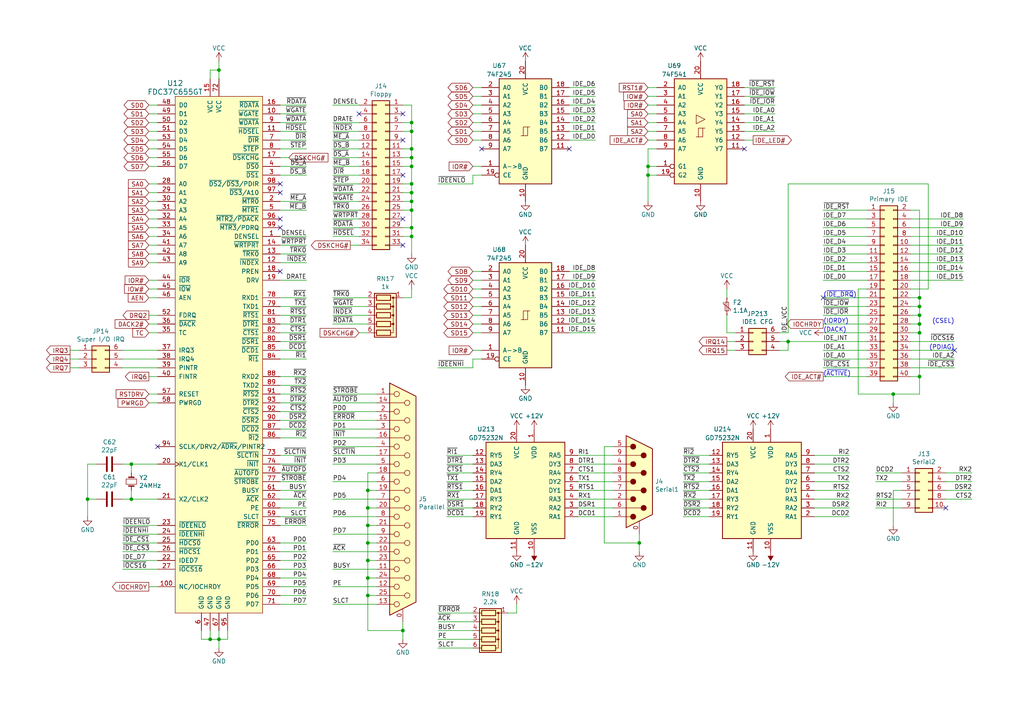
<source format=kicad_sch>
(kicad_sch (version 20211123) (generator eeschema)
  (paper "A4")
  (title_block (title "486 Sandy River Motherboard"))
  (lib_symbols
    (symbol "74xx:74LS245" (pin_names (offset 1.016))
      (property "Reference" "U" (at -7.62 16.51 0))
      (property "Value" "74LS245" (at -7.62 -16.51 0))
      (symbol "74LS245_1_0"
        (pin input line (at -12.7 -10.16 0) (length 5.08) (name "A->B") (number "1"))
        (pin power_in line (at 0 -20.32 90) (length 5.08) (name "GND") (number "10"))
        (pin tri_state line (at 12.7 -5.08 180) (length 5.08) (name "B7") (number "11"))
        (pin tri_state line (at 12.7 -2.54 180) (length 5.08) (name "B6") (number "12"))
        (pin tri_state line (at 12.7 0 180) (length 5.08) (name "B5") (number "13"))
        (pin tri_state line (at 12.7 2.54 180) (length 5.08) (name "B4") (number "14"))
        (pin tri_state line (at 12.7 5.08 180) (length 5.08) (name "B3") (number "15"))
        (pin tri_state line (at 12.7 7.62 180) (length 5.08) (name "B2") (number "16"))
        (pin tri_state line (at 12.7 10.16 180) (length 5.08) (name "B1") (number "17"))
        (pin tri_state line (at 12.7 12.7 180) (length 5.08) (name "B0") (number "18"))
        (pin input inverted (at -12.7 -12.7 0) (length 5.08) (name "CE") (number "19"))
        (pin tri_state line (at -12.7 12.7 0) (length 5.08) (name "A0") (number "2"))
        (pin power_in line (at 0 20.32 270) (length 5.08) (name "VCC") (number "20"))
        (pin tri_state line (at -12.7 10.16 0) (length 5.08) (name "A1") (number "3"))
        (pin tri_state line (at -12.7 7.62 0) (length 5.08) (name "A2") (number "4"))
        (pin tri_state line (at -12.7 5.08 0) (length 5.08) (name "A3") (number "5"))
        (pin tri_state line (at -12.7 2.54 0) (length 5.08) (name "A4") (number "6"))
        (pin tri_state line (at -12.7 0 0) (length 5.08) (name "A5") (number "7"))
        (pin tri_state line (at -12.7 -2.54 0) (length 5.08) (name "A6") (number "8"))
        (pin tri_state line (at -12.7 -5.08 0) (length 5.08) (name "A7") (number "9"))
      )
    )
    (symbol "74xx:74LS541" (pin_names (offset 1.016))
      (property "Reference" "U" (at -7.62 16.51 0))
      (property "Value" "74LS541" (at -7.62 -16.51 0))
      (symbol "74LS541_1_0"
        (pin input inverted (at -12.7 -10.16 0) (length 5.08) (name "G1") (number "1"))
        (pin power_in line (at 0 -20.32 90) (length 5.08) (name "GND") (number "10"))
        (pin tri_state line (at 12.7 -5.08 180) (length 5.08) (name "Y7") (number "11"))
        (pin tri_state line (at 12.7 -2.54 180) (length 5.08) (name "Y6") (number "12"))
        (pin tri_state line (at 12.7 0 180) (length 5.08) (name "Y5") (number "13"))
        (pin tri_state line (at 12.7 2.54 180) (length 5.08) (name "Y4") (number "14"))
        (pin tri_state line (at 12.7 5.08 180) (length 5.08) (name "Y3") (number "15"))
        (pin tri_state line (at 12.7 7.62 180) (length 5.08) (name "Y2") (number "16"))
        (pin tri_state line (at 12.7 10.16 180) (length 5.08) (name "Y1") (number "17"))
        (pin tri_state line (at 12.7 12.7 180) (length 5.08) (name "Y0") (number "18"))
        (pin input inverted (at -12.7 -12.7 0) (length 5.08) (name "G2") (number "19"))
        (pin input line (at -12.7 12.7 0) (length 5.08) (name "A0") (number "2"))
        (pin power_in line (at 0 20.32 270) (length 5.08) (name "VCC") (number "20"))
        (pin input line (at -12.7 10.16 0) (length 5.08) (name "A1") (number "3"))
        (pin input line (at -12.7 7.62 0) (length 5.08) (name "A2") (number "4"))
        (pin input line (at -12.7 5.08 0) (length 5.08) (name "A3") (number "5"))
        (pin input line (at -12.7 2.54 0) (length 5.08) (name "A4") (number "6"))
        (pin input line (at -12.7 0 0) (length 5.08) (name "A5") (number "7"))
        (pin input line (at -12.7 -2.54 0) (length 5.08) (name "A6") (number "8"))
        (pin input line (at -12.7 -5.08 0) (length 5.08) (name "A7") (number "9"))
      )
    )
    (symbol "Connector:DB25_Female_MountingHoles" (pin_names (offset 1.016) hide)
      (property "Reference" "J" (at 0 36.83 0))
      (property "Value" "DB25_Female_MountingHoles" (at 0 34.925 0))
      (symbol "DB25_Female_MountingHoles_1_1"
        (pin passive line (at 0 -35.56 90) (length 3.81) (name "PAD") (number "0"))
        (pin passive line (at -7.62 30.48 0) (length 3.81) (name "1") (number "1"))
        (pin passive line (at -7.62 -15.24 0) (length 3.81) (name "10") (number "10"))
        (pin passive line (at -7.62 -20.32 0) (length 3.81) (name "11") (number "11"))
        (pin passive line (at -7.62 -25.4 0) (length 3.81) (name "12") (number "12"))
        (pin passive line (at -7.62 -30.48 0) (length 3.81) (name "13") (number "13"))
        (pin passive line (at -7.62 27.94 0) (length 3.81) (name "P14") (number "14"))
        (pin passive line (at -7.62 22.86 0) (length 3.81) (name "P15") (number "15"))
        (pin passive line (at -7.62 17.78 0) (length 3.81) (name "P16") (number "16"))
        (pin passive line (at -7.62 12.7 0) (length 3.81) (name "P17") (number "17"))
        (pin passive line (at -7.62 7.62 0) (length 3.81) (name "P18") (number "18"))
        (pin passive line (at -7.62 2.54 0) (length 3.81) (name "P19") (number "19"))
        (pin passive line (at -7.62 25.4 0) (length 3.81) (name "2") (number "2"))
        (pin passive line (at -7.62 -2.54 0) (length 3.81) (name "P20") (number "20"))
        (pin passive line (at -7.62 -7.62 0) (length 3.81) (name "P21") (number "21"))
        (pin passive line (at -7.62 -12.7 0) (length 3.81) (name "P22") (number "22"))
        (pin passive line (at -7.62 -17.78 0) (length 3.81) (name "P23") (number "23"))
        (pin passive line (at -7.62 -22.86 0) (length 3.81) (name "P24") (number "24"))
        (pin passive line (at -7.62 -27.94 0) (length 3.81) (name "P25") (number "25"))
        (pin passive line (at -7.62 20.32 0) (length 3.81) (name "3") (number "3"))
        (pin passive line (at -7.62 15.24 0) (length 3.81) (name "4") (number "4"))
        (pin passive line (at -7.62 10.16 0) (length 3.81) (name "5") (number "5"))
        (pin passive line (at -7.62 5.08 0) (length 3.81) (name "6") (number "6"))
        (pin passive line (at -7.62 0 0) (length 3.81) (name "7") (number "7"))
        (pin passive line (at -7.62 -5.08 0) (length 3.81) (name "8") (number "8"))
        (pin passive line (at -7.62 -10.16 0) (length 3.81) (name "9") (number "9"))
      )
    )
    (symbol "Connector:DB9_Male_MountingHoles" (pin_names (offset 1.016) hide)
      (property "Reference" "J" (at 0 16.51 0))
      (property "Value" "DB9_Male_MountingHoles" (at 0 14.605 0))
      (symbol "DB9_Male_MountingHoles_1_1"
        (pin passive line (at 0 -15.24 90) (length 3.81) (name "PAD") (number "0"))
        (pin passive line (at -7.62 -10.16 0) (length 3.81) (name "1") (number "1"))
        (pin passive line (at -7.62 -5.08 0) (length 3.81) (name "2") (number "2"))
        (pin passive line (at -7.62 0 0) (length 3.81) (name "3") (number "3"))
        (pin passive line (at -7.62 5.08 0) (length 3.81) (name "4") (number "4"))
        (pin passive line (at -7.62 10.16 0) (length 3.81) (name "5") (number "5"))
        (pin passive line (at -7.62 -7.62 0) (length 3.81) (name "6") (number "6"))
        (pin passive line (at -7.62 -2.54 0) (length 3.81) (name "7") (number "7"))
        (pin passive line (at -7.62 2.54 0) (length 3.81) (name "8") (number "8"))
        (pin passive line (at -7.62 7.62 0) (length 3.81) (name "9") (number "9"))
      )
    )
    (symbol "Connector_Generic:Conn_02x03_Counter_Clockwise" (pin_names (offset 1.016) hide)
      (property "Reference" "J" (at 1.27 5.08 0))
      (property "Value" "Conn_02x03_Counter_Clockwise" (at 1.27 -5.08 0))
      (symbol "Conn_02x03_Counter_Clockwise_1_1"
        (pin passive line (at -5.08 2.54 0) (length 3.81) (name "Pin_1") (number "1"))
        (pin passive line (at -5.08 0 0) (length 3.81) (name "Pin_2") (number "2"))
        (pin passive line (at -5.08 -2.54 0) (length 3.81) (name "Pin_3") (number "3"))
        (pin passive line (at 7.62 -2.54 180) (length 3.81) (name "Pin_4") (number "4"))
        (pin passive line (at 7.62 0 180) (length 3.81) (name "Pin_5") (number "5"))
        (pin passive line (at 7.62 2.54 180) (length 3.81) (name "Pin_6") (number "6"))
      )
    )
    (symbol "Connector_Generic:Conn_02x05_Odd_Even" (pin_names (offset 1.016) hide)
      (property "Reference" "J" (at 1.27 7.62 0))
      (property "Value" "Conn_02x05_Odd_Even" (at 1.27 -7.62 0))
      (symbol "Conn_02x05_Odd_Even_1_1"
        (pin passive line (at -5.08 5.08 0) (length 3.81) (name "Pin_1") (number "1"))
        (pin passive line (at 7.62 -5.08 180) (length 3.81) (name "Pin_10") (number "10"))
        (pin passive line (at 7.62 5.08 180) (length 3.81) (name "Pin_2") (number "2"))
        (pin passive line (at -5.08 2.54 0) (length 3.81) (name "Pin_3") (number "3"))
        (pin passive line (at 7.62 2.54 180) (length 3.81) (name "Pin_4") (number "4"))
        (pin passive line (at -5.08 0 0) (length 3.81) (name "Pin_5") (number "5"))
        (pin passive line (at 7.62 0 180) (length 3.81) (name "Pin_6") (number "6"))
        (pin passive line (at -5.08 -2.54 0) (length 3.81) (name "Pin_7") (number "7"))
        (pin passive line (at 7.62 -2.54 180) (length 3.81) (name "Pin_8") (number "8"))
        (pin passive line (at -5.08 -5.08 0) (length 3.81) (name "Pin_9") (number "9"))
      )
    )
    (symbol "Connector_Generic:Conn_02x17_Odd_Even" (pin_names (offset 1.016) hide)
      (property "Reference" "J" (at 1.27 22.86 0))
      (property "Value" "Conn_02x17_Odd_Even" (at 1.27 -22.86 0))
      (symbol "Conn_02x17_Odd_Even_1_1"
        (pin passive line (at -5.08 20.32 0) (length 3.81) (name "Pin_1") (number "1"))
        (pin passive line (at 7.62 10.16 180) (length 3.81) (name "Pin_10") (number "10"))
        (pin passive line (at -5.08 7.62 0) (length 3.81) (name "Pin_11") (number "11"))
        (pin passive line (at 7.62 7.62 180) (length 3.81) (name "Pin_12") (number "12"))
        (pin passive line (at -5.08 5.08 0) (length 3.81) (name "Pin_13") (number "13"))
        (pin passive line (at 7.62 5.08 180) (length 3.81) (name "Pin_14") (number "14"))
        (pin passive line (at -5.08 2.54 0) (length 3.81) (name "Pin_15") (number "15"))
        (pin passive line (at 7.62 2.54 180) (length 3.81) (name "Pin_16") (number "16"))
        (pin passive line (at -5.08 0 0) (length 3.81) (name "Pin_17") (number "17"))
        (pin passive line (at 7.62 0 180) (length 3.81) (name "Pin_18") (number "18"))
        (pin passive line (at -5.08 -2.54 0) (length 3.81) (name "Pin_19") (number "19"))
        (pin passive line (at 7.62 20.32 180) (length 3.81) (name "Pin_2") (number "2"))
        (pin passive line (at 7.62 -2.54 180) (length 3.81) (name "Pin_20") (number "20"))
        (pin passive line (at -5.08 -5.08 0) (length 3.81) (name "Pin_21") (number "21"))
        (pin passive line (at 7.62 -5.08 180) (length 3.81) (name "Pin_22") (number "22"))
        (pin passive line (at -5.08 -7.62 0) (length 3.81) (name "Pin_23") (number "23"))
        (pin passive line (at 7.62 -7.62 180) (length 3.81) (name "Pin_24") (number "24"))
        (pin passive line (at -5.08 -10.16 0) (length 3.81) (name "Pin_25") (number "25"))
        (pin passive line (at 7.62 -10.16 180) (length 3.81) (name "Pin_26") (number "26"))
        (pin passive line (at -5.08 -12.7 0) (length 3.81) (name "Pin_27") (number "27"))
        (pin passive line (at 7.62 -12.7 180) (length 3.81) (name "Pin_28") (number "28"))
        (pin passive line (at -5.08 -15.24 0) (length 3.81) (name "Pin_29") (number "29"))
        (pin passive line (at -5.08 17.78 0) (length 3.81) (name "Pin_3") (number "3"))
        (pin passive line (at 7.62 -15.24 180) (length 3.81) (name "Pin_30") (number "30"))
        (pin passive line (at -5.08 -17.78 0) (length 3.81) (name "Pin_31") (number "31"))
        (pin passive line (at 7.62 -17.78 180) (length 3.81) (name "Pin_32") (number "32"))
        (pin passive line (at -5.08 -20.32 0) (length 3.81) (name "Pin_33") (number "33"))
        (pin passive line (at 7.62 -20.32 180) (length 3.81) (name "Pin_34") (number "34"))
        (pin passive line (at 7.62 17.78 180) (length 3.81) (name "Pin_4") (number "4"))
        (pin passive line (at -5.08 15.24 0) (length 3.81) (name "Pin_5") (number "5"))
        (pin passive line (at 7.62 15.24 180) (length 3.81) (name "Pin_6") (number "6"))
        (pin passive line (at -5.08 12.7 0) (length 3.81) (name "Pin_7") (number "7"))
        (pin passive line (at 7.62 12.7 180) (length 3.81) (name "Pin_8") (number "8"))
        (pin passive line (at -5.08 10.16 0) (length 3.81) (name "Pin_9") (number "9"))
      )
    )
    (symbol "Connector_Generic:Conn_02x20_Odd_Even" (pin_names (offset 1.016) hide)
      (property "Reference" "J" (at 1.27 25.4 0))
      (property "Value" "Conn_02x20_Odd_Even" (at 1.27 -27.94 0))
      (symbol "Conn_02x20_Odd_Even_1_1"
        (pin passive line (at -5.08 22.86 0) (length 3.81) (name "Pin_1") (number "1"))
        (pin passive line (at 7.62 12.7 180) (length 3.81) (name "Pin_10") (number "10"))
        (pin passive line (at -5.08 10.16 0) (length 3.81) (name "Pin_11") (number "11"))
        (pin passive line (at 7.62 10.16 180) (length 3.81) (name "Pin_12") (number "12"))
        (pin passive line (at -5.08 7.62 0) (length 3.81) (name "Pin_13") (number "13"))
        (pin passive line (at 7.62 7.62 180) (length 3.81) (name "Pin_14") (number "14"))
        (pin passive line (at -5.08 5.08 0) (length 3.81) (name "Pin_15") (number "15"))
        (pin passive line (at 7.62 5.08 180) (length 3.81) (name "Pin_16") (number "16"))
        (pin passive line (at -5.08 2.54 0) (length 3.81) (name "Pin_17") (number "17"))
        (pin passive line (at 7.62 2.54 180) (length 3.81) (name "Pin_18") (number "18"))
        (pin passive line (at -5.08 0 0) (length 3.81) (name "Pin_19") (number "19"))
        (pin passive line (at 7.62 22.86 180) (length 3.81) (name "Pin_2") (number "2"))
        (pin passive line (at 7.62 0 180) (length 3.81) (name "Pin_20") (number "20"))
        (pin passive line (at -5.08 -2.54 0) (length 3.81) (name "Pin_21") (number "21"))
        (pin passive line (at 7.62 -2.54 180) (length 3.81) (name "Pin_22") (number "22"))
        (pin passive line (at -5.08 -5.08 0) (length 3.81) (name "Pin_23") (number "23"))
        (pin passive line (at 7.62 -5.08 180) (length 3.81) (name "Pin_24") (number "24"))
        (pin passive line (at -5.08 -7.62 0) (length 3.81) (name "Pin_25") (number "25"))
        (pin passive line (at 7.62 -7.62 180) (length 3.81) (name "Pin_26") (number "26"))
        (pin passive line (at -5.08 -10.16 0) (length 3.81) (name "Pin_27") (number "27"))
        (pin passive line (at 7.62 -10.16 180) (length 3.81) (name "Pin_28") (number "28"))
        (pin passive line (at -5.08 -12.7 0) (length 3.81) (name "Pin_29") (number "29"))
        (pin passive line (at -5.08 20.32 0) (length 3.81) (name "Pin_3") (number "3"))
        (pin passive line (at 7.62 -12.7 180) (length 3.81) (name "Pin_30") (number "30"))
        (pin passive line (at -5.08 -15.24 0) (length 3.81) (name "Pin_31") (number "31"))
        (pin passive line (at 7.62 -15.24 180) (length 3.81) (name "Pin_32") (number "32"))
        (pin passive line (at -5.08 -17.78 0) (length 3.81) (name "Pin_33") (number "33"))
        (pin passive line (at 7.62 -17.78 180) (length 3.81) (name "Pin_34") (number "34"))
        (pin passive line (at -5.08 -20.32 0) (length 3.81) (name "Pin_35") (number "35"))
        (pin passive line (at 7.62 -20.32 180) (length 3.81) (name "Pin_36") (number "36"))
        (pin passive line (at -5.08 -22.86 0) (length 3.81) (name "Pin_37") (number "37"))
        (pin passive line (at 7.62 -22.86 180) (length 3.81) (name "Pin_38") (number "38"))
        (pin passive line (at -5.08 -25.4 0) (length 3.81) (name "Pin_39") (number "39"))
        (pin passive line (at 7.62 20.32 180) (length 3.81) (name "Pin_4") (number "4"))
        (pin passive line (at 7.62 -25.4 180) (length 3.81) (name "Pin_40") (number "40"))
        (pin passive line (at -5.08 17.78 0) (length 3.81) (name "Pin_5") (number "5"))
        (pin passive line (at 7.62 17.78 180) (length 3.81) (name "Pin_6") (number "6"))
        (pin passive line (at -5.08 15.24 0) (length 3.81) (name "Pin_7") (number "7"))
        (pin passive line (at 7.62 15.24 180) (length 3.81) (name "Pin_8") (number "8"))
        (pin passive line (at -5.08 12.7 0) (length 3.81) (name "Pin_9") (number "9"))
      )
    )
    (symbol "Device:C" (pin_numbers hide) (pin_names (offset 0.254))
      (property "Reference" "C" (at 0.635 2.54 0))
      (property "Value" "C" (at 0.635 -2.54 0))
      (symbol "C_1_1"
        (pin passive line (at 0 3.81 270) (length 2.794) (name "~") (number "1"))
        (pin passive line (at 0 -3.81 90) (length 2.794) (name "~") (number "2"))
      )
    )
    (symbol "Device:Crystal_Small" (pin_numbers hide) (pin_names (offset 1.016) hide)
      (property "Reference" "Y" (at 0 2.54 0))
      (property "Value" "Crystal_Small" (at 0 -2.54 0))
      (symbol "Crystal_Small_1_1"
        (pin passive line (at -2.54 0 0) (length 1.27) (name "1") (number "1"))
        (pin passive line (at 2.54 0 180) (length 1.27) (name "2") (number "2"))
      )
    )
    (symbol "Device:Polyfuse_Small" (pin_numbers hide) (pin_names (offset 0))
      (property "Reference" "F" (at -1.905 0 90))
      (property "Value" "Polyfuse_Small" (at 1.905 0 90))
      (symbol "Polyfuse_Small_1_1"
        (pin passive line (at 0 2.54 270) (length 0.635) (name "~") (number "1"))
        (pin passive line (at 0 -2.54 90) (length 0.635) (name "~") (number "2"))
      )
    )
    (symbol "Device:R_Network05" (pin_names (offset 0) hide)
      (property "Reference" "RN" (at -7.62 0 90))
      (property "Value" "R_Network05" (at 7.62 0 90))
      (symbol "R_Network05_1_1"
        (pin passive line (at -5.08 5.08 270) (length 2.54) (name "common") (number "1"))
        (pin passive line (at -5.08 -5.08 90) (length 1.27) (name "R1") (number "2"))
        (pin passive line (at -2.54 -5.08 90) (length 1.27) (name "R2") (number "3"))
        (pin passive line (at 0 -5.08 90) (length 1.27) (name "R3") (number "4"))
        (pin passive line (at 2.54 -5.08 90) (length 1.27) (name "R4") (number "5"))
        (pin passive line (at 5.08 -5.08 90) (length 1.27) (name "R5") (number "6"))
      )
    )
    (symbol "Interface_UART:GD75232N" (pin_names (offset 1.016))
      (property "Reference" "U" (at -11.43 15.24 0))
      (property "Value" "GD75232N" (at 5.08 15.24 0))
      (symbol "GD75232N_1_1"
        (pin power_in line (at 2.54 17.78 270) (length 3.81) (name "VDD") (number "1"))
        (pin power_in line (at 2.54 -17.78 90) (length 3.81) (name "VSS") (number "10"))
        (pin power_in line (at -2.54 -17.78 90) (length 3.81) (name "GND") (number "11"))
        (pin output line (at -15.24 10.16 0) (length 3.81) (name "RY5") (number "12"))
        (pin input line (at -15.24 7.62 0) (length 3.81) (name "DA3") (number "13"))
        (pin output line (at -15.24 5.08 0) (length 3.81) (name "RY4") (number "14"))
        (pin input line (at -15.24 2.54 0) (length 3.81) (name "DA2") (number "15"))
        (pin input line (at -15.24 0 0) (length 3.81) (name "DA1") (number "16"))
        (pin output line (at -15.24 -2.54 0) (length 3.81) (name "RY3") (number "17"))
        (pin output line (at -15.24 -5.08 0) (length 3.81) (name "RY2") (number "18"))
        (pin output line (at -15.24 -7.62 0) (length 3.81) (name "RY1") (number "19"))
        (pin input line (at 15.24 -7.62 180) (length 3.81) (name "RA1") (number "2"))
        (pin power_in line (at -2.54 17.78 270) (length 3.81) (name "VCC") (number "20"))
        (pin input line (at 15.24 -5.08 180) (length 3.81) (name "RA2") (number "3"))
        (pin input line (at 15.24 -2.54 180) (length 3.81) (name "RA3") (number "4"))
        (pin output line (at 15.24 0 180) (length 3.81) (name "DY1") (number "5"))
        (pin output line (at 15.24 2.54 180) (length 3.81) (name "DY2") (number "6"))
        (pin input line (at 15.24 5.08 180) (length 3.81) (name "RA4") (number "7"))
        (pin output line (at 15.24 7.62 180) (length 3.81) (name "DY3") (number "8"))
        (pin input line (at 15.24 10.16 180) (length 3.81) (name "RA5") (number "9"))
      )
    )
    (symbol "my_components:FDC37C665GT" (pin_names (offset 1.016))
      (property "Reference" "U" (at -12.7 78.74 0))
      (property "Value" "FDC37C665GT" (at -12.7 76.2 0))
      (symbol "FDC37C665GT_1_1"
        (pin open_collector line (at 17.78 34.29 180) (length 5.08) (name "DENSEL") (number "1"))
        (pin open_collector line (at 17.78 69.85 180) (length 5.08) (name "~{WGATE}") (number "10"))
        (pin open_collector line (at -17.78 -67.31 0) (length 5.08) (name "NC/IOCHRDY") (number "100"))
        (pin open_collector line (at 17.78 64.77 180) (length 5.08) (name "~{HDSEL}") (number "11"))
        (pin input line (at 17.78 26.67 180) (length 5.08) (name "~{INDEX}") (number "12"))
        (pin input line (at 17.78 29.21 180) (length 5.08) (name "~{TRK0}") (number "13"))
        (pin input line (at 17.78 31.75 180) (length 5.08) (name "~{WRTPRT}") (number "14"))
        (pin power_in line (at -2.54 80.01 270) (length 5.08) (name "VCC") (number "15"))
        (pin input line (at 17.78 72.39 180) (length 5.08) (name "~{RDATA}") (number "16"))
        (pin input line (at 17.78 57.15 180) (length 5.08) (name "~{DSKCHG}") (number "17"))
        (pin input line (at 17.78 24.13 180) (length 5.08) (name "PREN") (number "18"))
        (pin input line (at 17.78 21.59 180) (length 5.08) (name "DRV") (number "19"))
        (pin open_collector line (at 17.78 44.45 180) (length 5.08) (name "~{MTR0}") (number "2"))
        (pin input clock (at -17.78 -31.75 0) (length 5.08) (name "X1/CLK1") (number "20"))
        (pin output line (at -17.78 -41.91 0) (length 5.08) (name "X2/CLK2") (number "21"))
        (pin tri_state line (at -17.78 -59.69 0) (length 5.08) (name "IDED7") (number "22"))
        (pin output line (at -17.78 -49.53 0) (length 5.08) (name "~{IDEENLO}") (number "23"))
        (pin output line (at -17.78 -52.07 0) (length 5.08) (name "~{IDEENHI}") (number "24"))
        (pin output line (at -17.78 -54.61 0) (length 5.08) (name "~{HDCS0}") (number "25"))
        (pin output line (at -17.78 -57.15 0) (length 5.08) (name "~{HDCS1}") (number "26"))
        (pin input line (at -17.78 -62.23 0) (length 5.08) (name "~{IOCS16}") (number "27"))
        (pin input line (at -17.78 49.53 0) (length 5.08) (name "A0") (number "28"))
        (pin input line (at -17.78 46.99 0) (length 5.08) (name "A1") (number "29"))
        (pin open_collector line (at 17.78 52.07 180) (length 5.08) (name "~{DS1}") (number "3"))
        (pin input line (at -17.78 44.45 0) (length 5.08) (name "A2") (number "30"))
        (pin input line (at -17.78 41.91 0) (length 5.08) (name "A3") (number "31"))
        (pin input line (at -17.78 39.37 0) (length 5.08) (name "A4") (number "32"))
        (pin input line (at -17.78 36.83 0) (length 5.08) (name "A5") (number "33"))
        (pin input line (at -17.78 34.29 0) (length 5.08) (name "A6") (number "34"))
        (pin input line (at -17.78 6.35 0) (length 5.08) (name "TC") (number "35"))
        (pin input line (at -17.78 8.89 0) (length 5.08) (name "~{DACK}") (number "36"))
        (pin open_collector line (at -17.78 1.27 0) (length 5.08) (name "IRQ3") (number "37"))
        (pin open_collector line (at -17.78 -1.27 0) (length 5.08) (name "IRQ4") (number "38"))
        (pin open_collector line (at -17.78 -3.81 0) (length 5.08) (name "PINTR") (number "39"))
        (pin open_collector line (at 17.78 54.61 180) (length 5.08) (name "~{DS0}") (number "4"))
        (pin open_collector line (at -17.78 -6.35 0) (length 5.08) (name "FINTR") (number "40"))
        (pin input line (at -17.78 31.75 0) (length 5.08) (name "A7") (number "41"))
        (pin input line (at -17.78 29.21 0) (length 5.08) (name "A8") (number "42"))
        (pin input line (at -17.78 26.67 0) (length 5.08) (name "A9") (number "43"))
        (pin input line (at -17.78 21.59 0) (length 5.08) (name "~{IOR}") (number "44"))
        (pin input line (at -17.78 19.05 0) (length 5.08) (name "~{IOW}") (number "45"))
        (pin input line (at -17.78 16.51 0) (length 5.08) (name "AEN") (number "46"))
        (pin power_in line (at -2.54 -80.01 90) (length 5.08) (name "GND") (number "47"))
        (pin tri_state line (at -17.78 72.39 0) (length 5.08) (name "D0") (number "48"))
        (pin tri_state line (at -17.78 69.85 0) (length 5.08) (name "D1") (number "49"))
        (pin open_collector line (at 17.78 41.91 180) (length 5.08) (name "~{MTR1}") (number "5"))
        (pin tri_state line (at -17.78 67.31 0) (length 5.08) (name "D2") (number "50"))
        (pin tri_state line (at -17.78 64.77 0) (length 5.08) (name "D3") (number "51"))
        (pin open_collector line (at -17.78 11.43 0) (length 5.08) (name "FDRQ") (number "52"))
        (pin tri_state line (at -17.78 62.23 0) (length 5.08) (name "D4") (number "53"))
        (pin tri_state line (at -17.78 59.69 0) (length 5.08) (name "D5") (number "54"))
        (pin tri_state line (at -17.78 57.15 0) (length 5.08) (name "D6") (number "55"))
        (pin tri_state line (at -17.78 54.61 0) (length 5.08) (name "D7") (number "56"))
        (pin input line (at -17.78 -11.43 0) (length 5.08) (name "RESET") (number "57"))
        (pin input line (at -17.78 -13.97 0) (length 5.08) (name "PWRGD") (number "58"))
        (pin input line (at 17.78 -46.99 180) (length 5.08) (name "SLCT") (number "59"))
        (pin power_in line (at -5.08 -80.01 90) (length 5.08) (name "GND") (number "6"))
        (pin input line (at 17.78 -44.45 180) (length 5.08) (name "PE") (number "60"))
        (pin input line (at 17.78 -39.37 180) (length 5.08) (name "BUSY") (number "61"))
        (pin input line (at 17.78 -41.91 180) (length 5.08) (name "~{ACK}") (number "62"))
        (pin bidirectional line (at 17.78 -54.61 180) (length 5.08) (name "PD0") (number "63"))
        (pin bidirectional line (at 17.78 -57.15 180) (length 5.08) (name "PD1") (number "64"))
        (pin bidirectional line (at 17.78 -59.69 180) (length 5.08) (name "PD2") (number "65"))
        (pin bidirectional line (at 17.78 -62.23 180) (length 5.08) (name "PD3") (number "66"))
        (pin power_in line (at 0 -80.01 90) (length 5.08) (name "GND") (number "67"))
        (pin bidirectional line (at 17.78 -64.77 180) (length 5.08) (name "PD4") (number "68"))
        (pin bidirectional line (at 17.78 -67.31 180) (length 5.08) (name "PD5") (number "69"))
        (pin open_collector line (at 17.78 62.23 180) (length 5.08) (name "~{DIR}") (number "7"))
        (pin bidirectional line (at 17.78 -69.85 180) (length 5.08) (name "PD6") (number "70"))
        (pin bidirectional line (at 17.78 -72.39 180) (length 5.08) (name "PD7") (number "71"))
        (pin power_in line (at 0 80.01 270) (length 5.08) (name "VCC") (number "72"))
        (pin output line (at 17.78 -29.21 180) (length 5.08) (name "~{SLCTIN}") (number "73"))
        (pin output line (at 17.78 -31.75 180) (length 5.08) (name "~{INIT}") (number "74"))
        (pin input line (at 17.78 -49.53 180) (length 5.08) (name "~{ERROR}") (number "75"))
        (pin output line (at 17.78 -34.29 180) (length 5.08) (name "~{AUTOFD}") (number "76"))
        (pin output line (at 17.78 -36.83 180) (length 5.08) (name "~{STROBE}") (number "77"))
        (pin input line (at 17.78 16.51 180) (length 5.08) (name "RXD1") (number "78"))
        (pin output line (at 17.78 13.97 180) (length 5.08) (name "TXD1") (number "79"))
        (pin open_collector line (at 17.78 59.69 180) (length 5.08) (name "~{STEP}") (number "8"))
        (pin input line (at 17.78 3.81 180) (length 5.08) (name "~{DSR1}") (number "80"))
        (pin output line (at 17.78 11.43 180) (length 5.08) (name "~{RTS1}") (number "81"))
        (pin input line (at 17.78 6.35 180) (length 5.08) (name "~{CTS1}") (number "82"))
        (pin output line (at 17.78 8.89 180) (length 5.08) (name "~{DTR1}") (number "83"))
        (pin input line (at 17.78 -1.27 180) (length 5.08) (name "~{RI1}") (number "84"))
        (pin input line (at 17.78 1.27 180) (length 5.08) (name "~{DCD1}") (number "85"))
        (pin input line (at 17.78 -24.13 180) (length 5.08) (name "~{RI2}") (number "86"))
        (pin input line (at 17.78 -21.59 180) (length 5.08) (name "~{DCD2}") (number "87"))
        (pin input line (at 17.78 -6.35 180) (length 5.08) (name "RXD2") (number "88"))
        (pin output line (at 17.78 -8.89 180) (length 5.08) (name "TXD2") (number "89"))
        (pin open_collector line (at 17.78 67.31 180) (length 5.08) (name "~{WDATA}") (number "9"))
        (pin input line (at 17.78 -19.05 180) (length 5.08) (name "~{DSR2}") (number "90"))
        (pin output line (at 17.78 -11.43 180) (length 5.08) (name "~{RTS2}") (number "91"))
        (pin input line (at 17.78 -16.51 180) (length 5.08) (name "~{CTS2}") (number "92"))
        (pin output line (at 17.78 -13.97 180) (length 5.08) (name "~{DTR2}") (number "93"))
        (pin open_collector line (at -17.78 -26.67 0) (length 5.08) (name "SCLK/DRV2/~{ADRx}/PINTR2") (number "94"))
        (pin power_in line (at 2.54 -80.01 90) (length 5.08) (name "GND") (number "95"))
        (pin open_collector line (at 17.78 39.37 180) (length 5.08) (name "~{MTR2}/~{PDACK}") (number "96"))
        (pin open_collector line (at 17.78 46.99 180) (length 5.08) (name "~{DS3}/A10") (number "97"))
        (pin open_collector line (at 17.78 49.53 180) (length 5.08) (name "~{DS2}/~{DS3}/PDIR") (number "98"))
        (pin open_collector line (at 17.78 36.83 180) (length 5.08) (name "~{MTR3}/PDRQ") (number "99"))
      )
    )
    (symbol "power:+12V" (power) (pin_names (offset 0))
      (property "Value" "+12V" (at 0 3.556 0))
      (symbol "+12V_1_1"
        (pin power_in line (at 0 0 90) (length 0) hide (name "+12V") (number "1"))
      )
    )
    (symbol "power:-12V" (power) (pin_names (offset 0))
      (property "Value" "-12V" (at 0 3.81 0))
      (symbol "-12V_0_0"
        (pin power_in line (at 0 0 90) (length 0) hide (name "-12V") (number "1"))
      )
    )
    (symbol "power:GND" (power) (pin_names (offset 0))
      (property "Value" "GND" (at 0 -3.81 0))
      (symbol "GND_1_1"
        (pin power_in line (at 0 0 270) (length 0) hide (name "GND") (number "1"))
      )
    )
    (symbol "power:VCC" (power) (pin_names (offset 0))
      (property "Value" "VCC" (at 0 3.81 0))
      (symbol "VCC_1_1"
        (pin power_in line (at 0 0 90) (length 0) hide (name "VCC") (number "1"))
      )
    )
  )
  (junction (at 119.38 43.18))
  (junction (at 25.4 144.78))
  (junction (at 106.68 172.72))
  (junction (at 63.5 185.42))
  (junction (at 259.08 114.3))
  (junction (at 266.7 88.9))
  (junction (at 106.68 152.4))
  (junction (at 119.38 35.56))
  (junction (at 106.68 142.24))
  (junction (at 106.68 167.64))
  (junction (at 63.5 20.32))
  (junction (at 119.38 45.72))
  (junction (at 106.68 162.56))
  (junction (at 266.7 91.44))
  (junction (at 187.96 48.26))
  (junction (at 266.7 86.36))
  (junction (at 266.7 109.22))
  (junction (at 106.68 147.32))
  (junction (at 116.84 182.88))
  (junction (at 266.7 93.98))
  (junction (at 187.96 50.8))
  (junction (at 60.96 185.42))
  (junction (at 119.38 68.58))
  (junction (at 38.1 144.78))
  (junction (at 119.38 53.34))
  (junction (at 106.68 157.48))
  (junction (at 119.38 66.04))
  (junction (at 119.38 55.88))
  (junction (at 119.38 38.1))
  (junction (at 185.42 157.48))
  (junction (at 266.7 96.52))
  (junction (at 119.38 60.96))
  (junction (at 119.38 48.26))
  (junction (at 119.38 58.42))
  (junction (at 38.1 134.62))
  (junction (at 228.6 99.06))
  (no_connect (at 116.84 40.64))
  (no_connect (at 81.28 63.5))
  (no_connect (at 116.84 63.5))
  (no_connect (at 104.14 33.02))
  (no_connect (at 116.84 71.12))
  (no_connect (at 45.72 129.54))
  (no_connect (at 215.9 43.18))
  (no_connect (at 139.7 43.18))
  (no_connect (at 238.76 86.36))
  (no_connect (at 276.86 101.6))
  (no_connect (at 81.28 53.34))
  (no_connect (at 274.32 147.32))
  (no_connect (at 116.84 33.02))
  (no_connect (at 116.84 50.8))
  (no_connect (at 81.28 78.74))
  (no_connect (at 165.1 43.18))
  (no_connect (at 81.28 66.04))
  (no_connect (at 81.28 55.88))
  (wire (pts (xy 264.16 73.66) (xy 279.4 73.66)))
  (wire (pts (xy 266.7 91.44) (xy 266.7 93.98)))
  (wire (pts (xy 137.16 30.48) (xy 139.7 30.48)))
  (wire (pts (xy 45.72 157.48) (xy 35.56 157.48)))
  (wire (pts (xy 109.22 147.32) (xy 106.68 147.32)))
  (wire (pts (xy 251.46 63.5) (xy 238.76 63.5)))
  (wire (pts (xy 266.7 96.52) (xy 266.7 109.22)))
  (wire (pts (xy 264.16 68.58) (xy 279.4 68.58)))
  (wire (pts (xy 251.46 88.9) (xy 238.76 88.9)))
  (wire (pts (xy 81.28 114.3) (xy 88.9 114.3)))
  (wire (pts (xy 109.22 167.64) (xy 106.68 167.64)))
  (wire (pts (xy 266.7 93.98) (xy 266.7 96.52)))
  (wire (pts (xy 104.14 48.26) (xy 96.52 48.26)))
  (wire (pts (xy 175.26 157.48) (xy 185.42 157.48)))
  (wire (pts (xy 137.16 50.8) (xy 137.16 53.34)))
  (wire (pts (xy 213.36 96.52) (xy 210.82 96.52)))
  (wire (pts (xy 137.16 35.56) (xy 139.7 35.56)))
  (wire (pts (xy 246.38 137.16) (xy 236.22 137.16)))
  (wire (pts (xy 264.16 83.82) (xy 269.24 83.82)))
  (wire (pts (xy 81.28 38.1) (xy 88.9 38.1)))
  (wire (pts (xy 205.74 137.16) (xy 198.12 137.16)))
  (wire (pts (xy 45.72 60.96) (xy 43.18 60.96)))
  (wire (pts (xy 274.32 139.7) (xy 281.94 139.7)))
  (wire (pts (xy 45.72 55.88) (xy 43.18 55.88)))
  (wire (pts (xy 109.22 160.02) (xy 96.52 160.02)))
  (wire (pts (xy 137.16 104.14) (xy 139.7 104.14)))
  (wire (pts (xy 81.28 101.6) (xy 88.9 101.6)))
  (wire (pts (xy 210.82 101.6) (xy 213.36 101.6)))
  (wire (pts (xy 45.72 48.26) (xy 43.18 48.26)))
  (wire (pts (xy 261.62 147.32) (xy 254 147.32)))
  (wire (pts (xy 226.06 101.6) (xy 228.6 101.6)))
  (wire (pts (xy 63.5 20.32) (xy 60.96 20.32)))
  (wire (pts (xy 81.28 48.26) (xy 88.9 48.26)))
  (wire (pts (xy 137.16 182.88) (xy 127 182.88)))
  (wire (pts (xy 264.16 66.04) (xy 279.4 66.04)))
  (wire (pts (xy 106.68 152.4) (xy 106.68 157.48)))
  (wire (pts (xy 116.84 180.34) (xy 116.84 182.88)))
  (wire (pts (xy 45.72 91.44) (xy 43.18 91.44)))
  (wire (pts (xy 137.16 93.98) (xy 139.7 93.98)))
  (wire (pts (xy 116.84 182.88) (xy 116.84 185.42)))
  (wire (pts (xy 81.28 124.46) (xy 88.9 124.46)))
  (wire (pts (xy 45.72 58.42) (xy 43.18 58.42)))
  (wire (pts (xy 137.16 187.96) (xy 127 187.96)))
  (wire (pts (xy 266.7 109.22) (xy 266.7 114.3)))
  (wire (pts (xy 187.96 25.4) (xy 190.5 25.4)))
  (wire (pts (xy 35.56 106.68) (xy 45.72 106.68)))
  (wire (pts (xy 35.56 104.14) (xy 45.72 104.14)))
  (wire (pts (xy 246.38 149.86) (xy 236.22 149.86)))
  (wire (pts (xy 137.16 88.9) (xy 139.7 88.9)))
  (wire (pts (xy 104.14 63.5) (xy 96.52 63.5)))
  (wire (pts (xy 104.14 66.04) (xy 96.52 66.04)))
  (wire (pts (xy 45.72 45.72) (xy 43.18 45.72)))
  (wire (pts (xy 165.1 88.9) (xy 172.72 88.9)))
  (wire (pts (xy 137.16 104.14) (xy 137.16 106.68)))
  (wire (pts (xy 215.9 35.56) (xy 224.79 35.56)))
  (wire (pts (xy 104.14 43.18) (xy 96.52 43.18)))
  (wire (pts (xy 251.46 83.82) (xy 248.92 83.82)))
  (wire (pts (xy 190.5 48.26) (xy 187.96 48.26)))
  (wire (pts (xy 137.16 177.8) (xy 127 177.8)))
  (wire (pts (xy 228.6 99.06) (xy 251.46 99.06)))
  (wire (pts (xy 248.92 114.3) (xy 259.08 114.3)))
  (wire (pts (xy 45.72 86.36) (xy 43.18 86.36)))
  (wire (pts (xy 228.6 101.6) (xy 228.6 99.06)))
  (wire (pts (xy 251.46 91.44) (xy 238.76 91.44)))
  (wire (pts (xy 45.72 43.18) (xy 43.18 43.18)))
  (wire (pts (xy 251.46 81.28) (xy 238.76 81.28)))
  (wire (pts (xy 177.8 129.54) (xy 175.26 129.54)))
  (wire (pts (xy 96.52 144.78) (xy 109.22 144.78)))
  (wire (pts (xy 187.96 30.48) (xy 190.5 30.48)))
  (wire (pts (xy 165.1 40.64) (xy 172.72 40.64)))
  (wire (pts (xy 81.28 157.48) (xy 88.9 157.48)))
  (wire (pts (xy 210.82 96.52) (xy 210.82 91.44)))
  (wire (pts (xy 246.38 139.7) (xy 236.22 139.7)))
  (wire (pts (xy 116.84 58.42) (xy 119.38 58.42)))
  (wire (pts (xy 251.46 96.52) (xy 238.76 96.52)))
  (wire (pts (xy 81.28 142.24) (xy 88.9 142.24)))
  (wire (pts (xy 66.04 185.42) (xy 66.04 182.88)))
  (wire (pts (xy 96.52 129.54) (xy 109.22 129.54)))
  (wire (pts (xy 81.28 58.42) (xy 88.9 58.42)))
  (wire (pts (xy 106.68 88.9) (xy 96.52 88.9)))
  (wire (pts (xy 81.28 60.96) (xy 88.9 60.96)))
  (wire (pts (xy 116.84 53.34) (xy 119.38 53.34)))
  (wire (pts (xy 167.64 137.16) (xy 177.8 137.16)))
  (wire (pts (xy 116.84 43.18) (xy 119.38 43.18)))
  (wire (pts (xy 264.16 91.44) (xy 266.7 91.44)))
  (wire (pts (xy 45.72 152.4) (xy 35.56 152.4)))
  (wire (pts (xy 137.16 101.6) (xy 139.7 101.6)))
  (wire (pts (xy 81.28 121.92) (xy 88.9 121.92)))
  (wire (pts (xy 215.9 38.1) (xy 224.79 38.1)))
  (wire (pts (xy 81.28 139.7) (xy 88.9 139.7)))
  (wire (pts (xy 119.38 53.34) (xy 119.38 55.88)))
  (wire (pts (xy 165.1 33.02) (xy 172.72 33.02)))
  (wire (pts (xy 246.38 132.08) (xy 236.22 132.08)))
  (wire (pts (xy 137.16 38.1) (xy 139.7 38.1)))
  (wire (pts (xy 81.28 81.28) (xy 88.9 81.28)))
  (wire (pts (xy 81.28 111.76) (xy 88.9 111.76)))
  (wire (pts (xy 81.28 76.2) (xy 88.9 76.2)))
  (wire (pts (xy 274.32 142.24) (xy 281.94 142.24)))
  (wire (pts (xy 96.52 139.7) (xy 109.22 139.7)))
  (wire (pts (xy 81.28 127) (xy 88.9 127)))
  (wire (pts (xy 261.62 144.78) (xy 254 144.78)))
  (wire (pts (xy 137.16 27.94) (xy 139.7 27.94)))
  (wire (pts (xy 119.38 30.48) (xy 119.38 35.56)))
  (wire (pts (xy 109.22 154.94) (xy 96.52 154.94)))
  (wire (pts (xy 104.14 50.8) (xy 96.52 50.8)))
  (wire (pts (xy 165.1 38.1) (xy 172.72 38.1)))
  (wire (pts (xy 264.16 106.68) (xy 276.86 106.68)))
  (wire (pts (xy 119.38 66.04) (xy 119.38 68.58)))
  (wire (pts (xy 137.16 53.34) (xy 127 53.34)))
  (wire (pts (xy 81.28 132.08) (xy 88.9 132.08)))
  (wire (pts (xy 45.72 73.66) (xy 43.18 73.66)))
  (wire (pts (xy 43.18 170.18) (xy 45.72 170.18)))
  (wire (pts (xy 63.5 182.88) (xy 63.5 185.42)))
  (wire (pts (xy 165.1 27.94) (xy 172.72 27.94)))
  (wire (pts (xy 205.74 134.62) (xy 198.12 134.62)))
  (wire (pts (xy 38.1 144.78) (xy 38.1 142.24)))
  (wire (pts (xy 215.9 27.94) (xy 224.79 27.94)))
  (wire (pts (xy 81.28 96.52) (xy 88.9 96.52)))
  (wire (pts (xy 165.1 35.56) (xy 172.72 35.56)))
  (wire (pts (xy 187.96 38.1) (xy 190.5 38.1)))
  (wire (pts (xy 119.38 45.72) (xy 119.38 48.26)))
  (wire (pts (xy 63.5 20.32) (xy 63.5 17.78)))
  (wire (pts (xy 106.68 162.56) (xy 106.68 167.64)))
  (wire (pts (xy 264.16 76.2) (xy 279.4 76.2)))
  (wire (pts (xy 81.28 172.72) (xy 88.9 172.72)))
  (wire (pts (xy 45.72 81.28) (xy 43.18 81.28)))
  (wire (pts (xy 264.16 101.6) (xy 276.86 101.6)))
  (wire (pts (xy 137.16 137.16) (xy 129.54 137.16)))
  (wire (pts (xy 96.52 124.46) (xy 109.22 124.46)))
  (wire (pts (xy 58.42 185.42) (xy 60.96 185.42)))
  (wire (pts (xy 81.28 68.58) (xy 88.9 68.58)))
  (wire (pts (xy 274.32 137.16) (xy 281.94 137.16)))
  (wire (pts (xy 266.7 88.9) (xy 266.7 91.44)))
  (wire (pts (xy 45.72 109.22) (xy 43.18 109.22)))
  (wire (pts (xy 22.86 106.68) (xy 20.32 106.68)))
  (wire (pts (xy 137.16 86.36) (xy 139.7 86.36)))
  (wire (pts (xy 45.72 33.02) (xy 43.18 33.02)))
  (wire (pts (xy 264.16 99.06) (xy 276.86 99.06)))
  (wire (pts (xy 45.72 68.58) (xy 43.18 68.58)))
  (wire (pts (xy 187.96 48.26) (xy 187.96 50.8)))
  (wire (pts (xy 119.38 38.1) (xy 119.38 43.18)))
  (wire (pts (xy 45.72 76.2) (xy 43.18 76.2)))
  (wire (pts (xy 264.16 88.9) (xy 266.7 88.9)))
  (wire (pts (xy 109.22 149.86) (xy 96.52 149.86)))
  (wire (pts (xy 205.74 144.78) (xy 198.12 144.78)))
  (wire (pts (xy 226.06 99.06) (xy 228.6 99.06)))
  (wire (pts (xy 35.56 165.1) (xy 45.72 165.1)))
  (wire (pts (xy 251.46 106.68) (xy 238.76 106.68)))
  (wire (pts (xy 60.96 185.42) (xy 63.5 185.42)))
  (wire (pts (xy 81.28 134.62) (xy 88.9 134.62)))
  (wire (pts (xy 248.92 83.82) (xy 248.92 114.3)))
  (wire (pts (xy 45.72 83.82) (xy 43.18 83.82)))
  (wire (pts (xy 119.38 43.18) (xy 119.38 45.72)))
  (wire (pts (xy 264.16 93.98) (xy 266.7 93.98)))
  (wire (pts (xy 251.46 71.12) (xy 238.76 71.12)))
  (wire (pts (xy 137.16 134.62) (xy 129.54 134.62)))
  (wire (pts (xy 165.1 96.52) (xy 172.72 96.52)))
  (wire (pts (xy 165.1 86.36) (xy 172.72 86.36)))
  (wire (pts (xy 213.36 99.06) (xy 210.82 99.06)))
  (wire (pts (xy 119.38 35.56) (xy 119.38 38.1)))
  (wire (pts (xy 137.16 91.44) (xy 139.7 91.44)))
  (wire (pts (xy 63.5 185.42) (xy 66.04 185.42)))
  (wire (pts (xy 264.16 96.52) (xy 266.7 96.52)))
  (wire (pts (xy 106.68 137.16) (xy 106.68 142.24)))
  (wire (pts (xy 104.14 71.12) (xy 101.6 71.12)))
  (wire (pts (xy 38.1 134.62) (xy 45.72 134.62)))
  (wire (pts (xy 137.16 81.28) (xy 139.7 81.28)))
  (wire (pts (xy 81.28 170.18) (xy 88.9 170.18)))
  (wire (pts (xy 81.28 50.8) (xy 88.9 50.8)))
  (wire (pts (xy 264.16 60.96) (xy 266.7 60.96)))
  (wire (pts (xy 45.72 63.5) (xy 43.18 63.5)))
  (wire (pts (xy 127 106.68) (xy 137.16 106.68)))
  (wire (pts (xy 109.22 152.4) (xy 106.68 152.4)))
  (wire (pts (xy 35.56 144.78) (xy 38.1 144.78)))
  (wire (pts (xy 246.38 147.32) (xy 236.22 147.32)))
  (wire (pts (xy 246.38 142.24) (xy 236.22 142.24)))
  (wire (pts (xy 104.14 55.88) (xy 96.52 55.88)))
  (wire (pts (xy 274.32 144.78) (xy 281.94 144.78)))
  (wire (pts (xy 116.84 66.04) (xy 119.38 66.04)))
  (wire (pts (xy 226.06 96.52) (xy 228.6 96.52)))
  (wire (pts (xy 106.68 91.44) (xy 96.52 91.44)))
  (wire (pts (xy 167.64 144.78) (xy 177.8 144.78)))
  (wire (pts (xy 60.96 182.88) (xy 60.96 185.42)))
  (wire (pts (xy 165.1 83.82) (xy 172.72 83.82)))
  (wire (pts (xy 137.16 25.4) (xy 139.7 25.4)))
  (wire (pts (xy 45.72 35.56) (xy 43.18 35.56)))
  (wire (pts (xy 81.28 86.36) (xy 88.9 86.36)))
  (wire (pts (xy 25.4 144.78) (xy 25.4 149.86)))
  (wire (pts (xy 137.16 96.52) (xy 139.7 96.52)))
  (wire (pts (xy 119.38 48.26) (xy 119.38 53.34)))
  (wire (pts (xy 109.22 157.48) (xy 106.68 157.48)))
  (wire (pts (xy 45.72 40.64) (xy 43.18 40.64)))
  (wire (pts (xy 109.22 170.18) (xy 96.52 170.18)))
  (wire (pts (xy 81.28 93.98) (xy 88.9 93.98)))
  (wire (pts (xy 251.46 86.36) (xy 238.76 86.36)))
  (wire (pts (xy 81.28 160.02) (xy 88.9 160.02)))
  (wire (pts (xy 22.86 104.14) (xy 20.32 104.14)))
  (wire (pts (xy 35.56 134.62) (xy 38.1 134.62)))
  (wire (pts (xy 106.68 167.64) (xy 106.68 172.72)))
  (wire (pts (xy 259.08 114.3) (xy 266.7 114.3)))
  (wire (pts (xy 167.64 139.7) (xy 177.8 139.7)))
  (wire (pts (xy 137.16 144.78) (xy 129.54 144.78)))
  (wire (pts (xy 45.72 114.3) (xy 43.18 114.3)))
  (wire (pts (xy 167.64 147.32) (xy 177.8 147.32)))
  (wire (pts (xy 106.68 86.36) (xy 96.52 86.36)))
  (wire (pts (xy 109.22 142.24) (xy 106.68 142.24)))
  (wire (pts (xy 109.22 121.92) (xy 96.52 121.92)))
  (wire (pts (xy 45.72 71.12) (xy 43.18 71.12)))
  (wire (pts (xy 45.72 162.56) (xy 35.56 162.56)))
  (wire (pts (xy 81.28 109.22) (xy 88.9 109.22)))
  (wire (pts (xy 137.16 149.86) (xy 129.54 149.86)))
  (wire (pts (xy 251.46 68.58) (xy 238.76 68.58)))
  (wire (pts (xy 264.16 78.74) (xy 279.4 78.74)))
  (wire (pts (xy 137.16 139.7) (xy 129.54 139.7)))
  (wire (pts (xy 251.46 93.98) (xy 238.76 93.98)))
  (wire (pts (xy 266.7 60.96) (xy 266.7 86.36)))
  (wire (pts (xy 45.72 53.34) (xy 43.18 53.34)))
  (wire (pts (xy 175.26 129.54) (xy 175.26 157.48)))
  (wire (pts (xy 187.96 43.18) (xy 187.96 48.26)))
  (wire (pts (xy 45.72 160.02) (xy 35.56 160.02)))
  (wire (pts (xy 25.4 144.78) (xy 25.4 134.62)))
  (wire (pts (xy 104.14 60.96) (xy 96.52 60.96)))
  (wire (pts (xy 261.62 137.16) (xy 254 137.16)))
  (wire (pts (xy 109.22 127) (xy 96.52 127)))
  (wire (pts (xy 246.38 144.78) (xy 236.22 144.78)))
  (wire (pts (xy 104.14 30.48) (xy 96.52 30.48)))
  (wire (pts (xy 185.42 157.48) (xy 185.42 154.94)))
  (wire (pts (xy 251.46 66.04) (xy 238.76 66.04)))
  (wire (pts (xy 60.96 20.32) (xy 60.96 22.86)))
  (wire (pts (xy 81.28 167.64) (xy 88.9 167.64)))
  (wire (pts (xy 81.28 104.14) (xy 88.9 104.14)))
  (wire (pts (xy 45.72 30.48) (xy 43.18 30.48)))
  (wire (pts (xy 264.16 104.14) (xy 276.86 104.14)))
  (wire (pts (xy 58.42 182.88) (xy 58.42 185.42)))
  (wire (pts (xy 81.28 137.16) (xy 88.9 137.16)))
  (wire (pts (xy 109.22 175.26) (xy 96.52 175.26)))
  (wire (pts (xy 187.96 40.64) (xy 190.5 40.64)))
  (wire (pts (xy 45.72 116.84) (xy 43.18 116.84)))
  (wire (pts (xy 137.16 33.02) (xy 139.7 33.02)))
  (wire (pts (xy 81.28 91.44) (xy 88.9 91.44)))
  (wire (pts (xy 38.1 144.78) (xy 45.72 144.78)))
  (wire (pts (xy 116.84 86.36) (xy 119.38 86.36)))
  (wire (pts (xy 25.4 134.62) (xy 27.94 134.62)))
  (wire (pts (xy 81.28 30.48) (xy 88.9 30.48)))
  (wire (pts (xy 264.16 86.36) (xy 266.7 86.36)))
  (wire (pts (xy 116.84 45.72) (xy 119.38 45.72)))
  (wire (pts (xy 104.14 53.34) (xy 96.52 53.34)))
  (wire (pts (xy 261.62 142.24) (xy 259.08 142.24)))
  (wire (pts (xy 81.28 144.78) (xy 88.9 144.78)))
  (wire (pts (xy 81.28 175.26) (xy 88.9 175.26)))
  (wire (pts (xy 228.6 53.34) (xy 269.24 53.34)))
  (wire (pts (xy 106.68 96.52) (xy 104.14 96.52)))
  (wire (pts (xy 106.68 142.24) (xy 106.68 147.32)))
  (wire (pts (xy 165.1 81.28) (xy 172.72 81.28)))
  (wire (pts (xy 205.74 149.86) (xy 198.12 149.86)))
  (wire (pts (xy 109.22 132.08) (xy 96.52 132.08)))
  (wire (pts (xy 251.46 78.74) (xy 238.76 78.74)))
  (wire (pts (xy 63.5 187.96) (xy 63.5 185.42)))
  (wire (pts (xy 215.9 25.4) (xy 224.79 25.4)))
  (wire (pts (xy 137.16 40.64) (xy 139.7 40.64)))
  (wire (pts (xy 205.74 142.24) (xy 198.12 142.24)))
  (wire (pts (xy 167.64 142.24) (xy 177.8 142.24)))
  (wire (pts (xy 165.1 91.44) (xy 172.72 91.44)))
  (wire (pts (xy 45.72 93.98) (xy 43.18 93.98)))
  (wire (pts (xy 81.28 149.86) (xy 88.9 149.86)))
  (wire (pts (xy 264.16 109.22) (xy 266.7 109.22)))
  (wire (pts (xy 119.38 58.42) (xy 119.38 60.96)))
  (wire (pts (xy 106.68 157.48) (xy 106.68 162.56)))
  (wire (pts (xy 228.6 96.52) (xy 228.6 53.34)))
  (wire (pts (xy 165.1 78.74) (xy 172.72 78.74)))
  (wire (pts (xy 266.7 86.36) (xy 266.7 88.9)))
  (wire (pts (xy 106.68 147.32) (xy 106.68 152.4)))
  (wire (pts (xy 251.46 76.2) (xy 238.76 76.2)))
  (wire (pts (xy 190.5 50.8) (xy 187.96 50.8)))
  (wire (pts (xy 251.46 104.14) (xy 238.76 104.14)))
  (wire (pts (xy 106.68 172.72) (xy 106.68 182.88)))
  (wire (pts (xy 116.84 60.96) (xy 119.38 60.96)))
  (wire (pts (xy 104.14 38.1) (xy 96.52 38.1)))
  (wire (pts (xy 109.22 172.72) (xy 106.68 172.72)))
  (wire (pts (xy 81.28 165.1) (xy 88.9 165.1)))
  (wire (pts (xy 96.52 119.38) (xy 109.22 119.38)))
  (wire (pts (xy 215.9 40.64) (xy 218.44 40.64)))
  (wire (pts (xy 251.46 109.22) (xy 238.76 109.22)))
  (wire (pts (xy 81.28 43.18) (xy 88.9 43.18)))
  (wire (pts (xy 187.96 43.18) (xy 190.5 43.18)))
  (wire (pts (xy 167.64 149.86) (xy 177.8 149.86)))
  (wire (pts (xy 106.68 182.88) (xy 116.84 182.88)))
  (wire (pts (xy 109.22 137.16) (xy 106.68 137.16)))
  (wire (pts (xy 116.84 55.88) (xy 119.38 55.88)))
  (wire (pts (xy 109.22 162.56) (xy 106.68 162.56)))
  (wire (pts (xy 264.16 71.12) (xy 279.4 71.12)))
  (wire (pts (xy 119.38 68.58) (xy 119.38 73.66)))
  (wire (pts (xy 20.32 101.6) (xy 22.86 101.6)))
  (wire (pts (xy 210.82 86.36) (xy 210.82 83.82)))
  (wire (pts (xy 149.86 177.8) (xy 149.86 175.26)))
  (wire (pts (xy 259.08 142.24) (xy 259.08 152.4)))
  (wire (pts (xy 96.52 114.3) (xy 109.22 114.3)))
  (wire (pts (xy 137.16 180.34) (xy 127 180.34)))
  (wire (pts (xy 187.96 33.02) (xy 190.5 33.02)))
  (wire (pts (xy 81.28 73.66) (xy 88.9 73.66)))
  (wire (pts (xy 35.56 101.6) (xy 45.72 101.6)))
  (wire (pts (xy 167.64 132.08) (xy 177.8 132.08)))
  (wire (pts (xy 187.96 27.94) (xy 190.5 27.94)))
  (wire (pts (xy 251.46 101.6) (xy 238.76 101.6)))
  (wire (pts (xy 81.28 33.02) (xy 88.9 33.02)))
  (wire (pts (xy 81.28 40.64) (xy 88.9 40.64)))
  (wire (pts (xy 215.9 30.48) (xy 224.79 30.48)))
  (wire (pts (xy 63.5 22.86) (xy 63.5 20.32)))
  (wire (pts (xy 116.84 30.48) (xy 119.38 30.48)))
  (wire (pts (xy 104.14 45.72) (xy 96.52 45.72)))
  (wire (pts (xy 106.68 93.98) (xy 96.52 93.98)))
  (wire (pts (xy 116.84 48.26) (xy 119.38 48.26)))
  (wire (pts (xy 81.28 35.56) (xy 88.9 35.56)))
  (wire (pts (xy 137.16 147.32) (xy 129.54 147.32)))
  (wire (pts (xy 104.14 40.64) (xy 96.52 40.64)))
  (wire (pts (xy 81.28 45.72) (xy 83.82 45.72)))
  (wire (pts (xy 139.7 50.8) (xy 137.16 50.8)))
  (wire (pts (xy 137.16 185.42) (xy 127 185.42)))
  (wire (pts (xy 81.28 119.38) (xy 88.9 119.38)))
  (wire (pts (xy 81.28 147.32) (xy 88.9 147.32)))
  (wire (pts (xy 137.16 83.82) (xy 139.7 83.82)))
  (wire (pts (xy 81.28 88.9) (xy 88.9 88.9)))
  (wire (pts (xy 251.46 73.66) (xy 238.76 73.66)))
  (wire (pts (xy 264.16 81.28) (xy 279.4 81.28)))
  (wire (pts (xy 215.9 33.02) (xy 224.79 33.02)))
  (wire (pts (xy 251.46 60.96) (xy 238.76 60.96)))
  (wire (pts (xy 264.16 63.5) (xy 279.4 63.5)))
  (wire (pts (xy 205.74 132.08) (xy 198.12 132.08)))
  (wire (pts (xy 81.28 99.06) (xy 88.9 99.06)))
  (wire (pts (xy 165.1 30.48) (xy 172.72 30.48)))
  (wire (pts (xy 185.42 157.48) (xy 185.42 160.02)))
  (wire (pts (xy 38.1 134.62) (xy 38.1 137.16)))
  (wire (pts (xy 205.74 147.32) (xy 198.12 147.32)))
  (wire (pts (xy 104.14 35.56) (xy 96.52 35.56)))
  (wire (pts (xy 104.14 68.58) (xy 96.52 68.58)))
  (wire (pts (xy 147.32 177.8) (xy 149.86 177.8)))
  (wire (pts (xy 259.08 116.84) (xy 259.08 114.3)))
  (wire (pts (xy 137.16 48.26) (xy 139.7 48.26)))
  (wire (pts (xy 167.64 134.62) (xy 177.8 134.62)))
  (wire (pts (xy 116.84 35.56) (xy 119.38 35.56)))
  (wire (pts (xy 119.38 55.88) (xy 119.38 58.42)))
  (wire (pts (xy 116.84 68.58) (xy 119.38 68.58)))
  (wire (pts (xy 104.14 58.42) (xy 96.52 58.42)))
  (wire (pts (xy 81.28 116.84) (xy 88.9 116.84)))
  (wire (pts (xy 246.38 134.62) (xy 236.22 134.62)))
  (wire (pts (xy 165.1 93.98) (xy 172.72 93.98)))
  (wire (pts (xy 261.62 139.7) (xy 254 139.7)))
  (wire (pts (xy 45.72 66.04) (xy 43.18 66.04)))
  (wire (pts (xy 27.94 144.78) (xy 25.4 144.78)))
  (wire (pts (xy 165.1 25.4) (xy 172.72 25.4)))
  (wire (pts (xy 187.96 50.8) (xy 187.96 58.42)))
  (wire (pts (xy 45.72 38.1) (xy 43.18 38.1)))
  (wire (pts (xy 96.52 116.84) (xy 109.22 116.84)))
  (wire (pts (xy 81.28 152.4) (xy 88.9 152.4)))
  (wire (pts (xy 137.16 132.08) (xy 129.54 132.08)))
  (wire (pts (xy 269.24 53.34) (xy 269.24 83.82)))
  (wire (pts (xy 96.52 134.62) (xy 109.22 134.62)))
  (wire (pts (xy 137.16 142.24) (xy 129.54 142.24)))
  (wire (pts (xy 187.96 35.56) (xy 190.5 35.56)))
  (wire (pts (xy 137.16 78.74) (xy 139.7 78.74)))
  (wire (pts (xy 81.28 71.12) (xy 88.9 71.12)))
  (wire (pts (xy 81.28 162.56) (xy 88.9 162.56)))
  (wire (pts (xy 119.38 86.36) (xy 119.38 83.82)))
  (wire (pts (xy 119.38 60.96) (xy 119.38 66.04)))
  (wire (pts (xy 109.22 165.1) (xy 96.52 165.1)))
  (wire (pts (xy 45.72 154.94) (xy 35.56 154.94)))
  (wire (pts (xy 45.72 96.52) (xy 43.18 96.52)))
  (wire (pts (xy 205.74 139.7) (xy 198.12 139.7)))
  (wire (pts (xy 116.84 38.1) (xy 119.38 38.1)))
  (text "(PDIAG)" (at 276.86 101.6 180) (effects (font (size 1.27 1.27)) (justify right bottom)))
  (text "(~{IDE_DRQ})" (at 238.76 86.36 0) (effects (font (size 1.27 1.27)) (justify left bottom)))
  (text "(~{ACTIVE})" (at 238.76 109.22 0) (effects (font (size 1.27 1.27)) (justify left bottom)))
  (text "(CSEL)" (at 276.86 93.98 180) (effects (font (size 1.27 1.27)) (justify right bottom)))
  (text "(IORDY)" (at 238.76 93.98 0) (effects (font (size 1.27 1.27)) (justify left bottom)))
  (text "(DACK)" (at 238.76 96.52 0) (effects (font (size 1.27 1.27)) (justify left bottom)))
  (label "~{IOCS16}" (at 35.56 165.1 0))
  (label "IDE_D0" (at 172.72 40.64 180))
  (label "~{IDE_IOR}" (at 224.79 30.48 180))
  (label "~{INIT}" (at 96.52 127 0))
  (label "RI2" (at 254 147.32 0))
  (label "IDE_D10" (at 172.72 83.82 180))
  (label "~{IDE_IOW}" (at 224.79 27.94 180))
  (label "~{STEP}" (at 88.9 43.18 180))
  (label "PD7" (at 88.9 175.26 180))
  (label "IDE_D3" (at 172.72 33.02 180))
  (label "~{IDEENHI}" (at 35.56 154.94 0))
  (label "~{RTS2}" (at 198.12 142.24 0))
  (label "IDE_D7" (at 238.76 63.5 0))
  (label "~{RX2}" (at 88.9 109.22 180))
  (label "BUSY" (at 127 182.88 0))
  (label "~{IDE_CS1}" (at 238.76 106.68 0))
  (label "~{SLCTIN}" (at 96.52 132.08 0))
  (label "BUSY" (at 96.52 165.1 0))
  (label "~{ACK}" (at 127 180.34 0))
  (label "TX2" (at 254 139.7 0))
  (label "IDE_D2" (at 238.76 76.2 0))
  (label "~{WRTPRT}" (at 96.52 63.5 0))
  (label "~{CTS1}" (at 88.9 96.52 180))
  (label "DTR2" (at 281.94 139.7 180))
  (label "~{RTS2}" (at 88.9 114.3 180))
  (label "~{WRTPRT}" (at 88.9 71.12 180))
  (label "DENSEL" (at 88.9 68.58 180))
  (label "IDE_D13" (at 172.72 91.44 180))
  (label "CTS1" (at 167.64 137.16 0))
  (label "PD5" (at 88.9 170.18 180))
  (label "~{RDATA}" (at 96.52 93.98 0))
  (label "~{ACK}" (at 96.52 160.02 0))
  (label "IDE_D10" (at 279.4 68.58 180))
  (label "IDE_A0" (at 224.79 33.02 180))
  (label "~{ERROR}" (at 96.52 121.92 0))
  (label "~{DCD2}" (at 88.9 124.46 180))
  (label "~{TX1}" (at 129.54 139.7 0))
  (label "~{IDEENLO}" (at 127 53.34 0))
  (label "IDE_D4" (at 238.76 71.12 0))
  (label "~{DTR2}" (at 198.12 134.62 0))
  (label "PD4" (at 88.9 167.64 180))
  (label "PD2" (at 96.52 129.54 0))
  (label "~{IDE_RST}" (at 238.76 60.96 0))
  (label "~{WGATE}" (at 96.52 88.9 0))
  (label "PD1" (at 88.9 160.02 180))
  (label "PD0" (at 88.9 157.48 180))
  (label "PD6" (at 88.9 172.72 180))
  (label "RI2" (at 246.38 132.08 180))
  (label "IDE_A0" (at 238.76 104.14 0))
  (label "~{RX2}" (at 198.12 144.78 0))
  (label "~{IDE_IOR}" (at 238.76 91.44 0))
  (label "TX1" (at 167.64 139.7 0))
  (label "IDE_VCC" (at 228.6 96.52 90))
  (label "~{WGATE}" (at 96.52 58.42 0))
  (label "SLCT" (at 88.9 149.86 180))
  (label "IDE_D14" (at 279.4 78.74 180))
  (label "~{INDEX}" (at 96.52 38.1 0))
  (label "~{STROBE}" (at 88.9 139.7 180))
  (label "~{ME_B}" (at 88.9 60.96 180))
  (label "IDE_D12" (at 172.72 88.9 180))
  (label "~{AUTOFD}" (at 96.52 116.84 0))
  (label "~{DS_A}" (at 88.9 48.26 180))
  (label "IDE_D15" (at 279.4 81.28 180))
  (label "~{IDEENLO}" (at 35.56 152.4 0))
  (label "~{DTR1}" (at 129.54 134.62 0))
  (label "~{RDATA}" (at 88.9 30.48 180))
  (label "~{RI1}" (at 88.9 104.14 180))
  (label "~{ME_B}" (at 96.52 48.26 0))
  (label "~{INDEX}" (at 96.52 91.44 0))
  (label "~{DCD2}" (at 198.12 149.86 0))
  (label "~{AUTOFD}" (at 88.9 137.16 180))
  (label "IDE_D14" (at 172.72 93.98 180))
  (label "RX2" (at 246.38 144.78 180))
  (label "~{ACK}" (at 88.9 144.78 180))
  (label "PD3" (at 96.52 134.62 0))
  (label "IDE_D2" (at 172.72 35.56 180))
  (label "IDE_D1" (at 238.76 78.74 0))
  (label "SLCT" (at 127 187.96 0))
  (label "DCD2" (at 254 137.16 0))
  (label "PD2" (at 88.9 162.56 180))
  (label "~{TX2}" (at 198.12 139.7 0))
  (label "~{CTS2}" (at 198.12 137.16 0))
  (label "DTR1" (at 167.64 134.62 0))
  (label "RTS2" (at 246.38 142.24 180))
  (label "DCD1" (at 167.64 149.86 0))
  (label "~{WDATA}" (at 88.9 35.56 180))
  (label "PE" (at 88.9 147.32 180))
  (label "DENSEL" (at 96.52 30.48 0))
  (label "~{ERROR}" (at 88.9 152.4 180))
  (label "~{RI2}" (at 88.9 127 180))
  (label "IDE_D0" (at 238.76 81.28 0))
  (label "PD4" (at 96.52 139.7 0))
  (label "~{ME_A}" (at 88.9 58.42 180))
  (label "~{WDATA}" (at 96.52 55.88 0))
  (label "PD7" (at 96.52 154.94 0))
  (label "SLCT" (at 96.52 175.26 0))
  (label "~{DTR2}" (at 88.9 116.84 180))
  (label "IDE_D1" (at 172.72 38.1 180))
  (label "~{INDEX}" (at 88.9 76.2 180))
  (label "~{DCD1}" (at 129.54 149.86 0))
  (label "IDE_D13" (at 279.4 76.2 180))
  (label "~{ERROR}" (at 127 177.8 0))
  (label "IDE_D5" (at 238.76 68.58 0))
  (label "IDE_D12" (at 279.4 73.66 180))
  (label "~{IDE_IOW}" (at 238.76 88.9 0))
  (label "~{TRK0}" (at 88.9 73.66 180))
  (label "~{DSR1}" (at 129.54 147.32 0))
  (label "~{TX1}" (at 88.9 88.9 180))
  (label "PD1" (at 96.52 124.46 0))
  (label "~{DSR1}" (at 88.9 99.06 180))
  (label "IDE_D11" (at 172.72 86.36 180))
  (label "IDE_D4" (at 172.72 30.48 180))
  (label "PE" (at 127 185.42 0))
  (label "~{CTS2}" (at 88.9 119.38 180))
  (label "BUSY" (at 88.9 142.24 180))
  (label "~{IOCS16}" (at 276.86 99.06 180))
  (label "~{IDE_CS3}" (at 276.86 106.68 180))
  (label "IDE_D6" (at 172.72 25.4 180))
  (label "~{RI1}" (at 129.54 132.08 0))
  (label "IDE_D9" (at 279.4 66.04 180))
  (label "~{STEP}" (at 96.52 53.34 0))
  (label "~{RDATA}" (at 96.52 66.04 0))
  (label "IDE_D11" (at 279.4 71.12 180))
  (label "~{SLCTIN}" (at 88.9 132.08 180))
  (label "~{DTR1}" (at 88.9 93.98 180))
  (label "~{RX1}" (at 88.9 86.36 180))
  (label "~{RI2}" (at 198.12 132.08 0))
  (label "IDE_A1" (at 238.76 101.6 0))
  (label "~{RTS1}" (at 88.9 91.44 180))
  (label "~{CTS1}" (at 129.54 137.16 0))
  (label "IDE_A2" (at 224.79 38.1 180))
  (label "~{DIR}" (at 96.52 50.8 0))
  (label "~{IDE_RST}" (at 224.79 25.4 180))
  (label "~{DIR}" (at 88.9 40.64 180))
  (label "IDE_D7" (at 35.56 162.56 0))
  (label "PE" (at 96.52 170.18 0))
  (label "PD0" (at 96.52 119.38 0))
  (label "PD6" (at 96.52 149.86 0))
  (label "~{DS_A}" (at 96.52 45.72 0))
  (label "RTS2" (at 254 144.78 0))
  (label "~{IDE_CS1}" (at 35.56 157.48 0))
  (label "RX2" (at 281.94 137.16 180))
  (label "IDE_D5" (at 172.72 27.94 180))
  (label "CTS2" (at 246.38 137.16 180))
  (label "~{DCD1}" (at 88.9 101.6 180))
  (label "~{STROBE}" (at 96.52 114.3 0))
  (label "~{DSR2}" (at 88.9 121.92 180))
  (label "IDE_D8" (at 279.4 63.5 180))
  (label "~{INIT}" (at 88.9 134.62 180))
  (label "DRATE" (at 96.52 35.56 0))
  (label "DCD2" (at 246.38 149.86 180))
  (label "IDE_A2" (at 276.86 104.14 180))
  (label "PD5" (at 96.52 144.78 0))
  (label "DSR2" (at 246.38 147.32 180))
  (label "DSR1" (at 167.64 147.32 0))
  (label "~{ME_A}" (at 96.52 40.64 0))
  (label "~{IDE_CS3}" (at 35.56 160.02 0))
  (label "IDE_D15" (at 172.72 96.52 180))
  (label "~{TX2}" (at 88.9 111.76 180))
  (label "IDE_INT" (at 238.76 99.06 0))
  (label "IDE_D9" (at 172.72 81.28 180))
  (label "IDE_D6" (at 238.76 66.04 0))
  (label "~{DS_B}" (at 88.9 50.8 180))
  (label "~{WGATE}" (at 88.9 33.02 180))
  (label "DRATE" (at 88.9 81.28 180))
  (label "~{IDEENHI}" (at 127 106.68 0))
  (label "~{HDSEL}" (at 96.52 68.58 0))
  (label "CTS2" (at 281.94 144.78 180))
  (label "DSR2" (at 281.94 142.24 180))
  (label "~{RX1}" (at 129.54 144.78 0))
  (label "RX1" (at 167.64 144.78 0))
  (label "IDE_D3" (at 238.76 73.66 0))
  (label "IDE_D8" (at 172.72 78.74 180))
  (label "~{RTS1}" (at 129.54 142.24 0))
  (label "~{HDSEL}" (at 88.9 38.1 180))
  (label "~{TRK0}" (at 96.52 86.36 0))
  (label "~{DSR2}" (at 198.12 147.32 0))
  (label "IDE_A1" (at 224.79 35.56 180))
  (label "TX2" (at 246.38 139.7 180))
  (label "RI1" (at 167.64 132.08 0))
  (label "~{TRK0}" (at 96.52 60.96 0))
  (label "PD3" (at 88.9 165.1 180))
  (label "DTR2" (at 246.38 134.62 180))
  (label "~{DS_B}" (at 96.52 43.18 0))
  (label "RTS1" (at 167.64 142.24 0))
  (global_label "SD4" (shape bidirectional) (at 43.18 40.64 180) (property "Intersheet References" "${INTERSHEET_REFS}" (effects hide)))
  (global_label "DSKCHG#" (shape input) (at 83.82 45.72 0) (property "Intersheet References" "${INTERSHEET_REFS}" (effects hide)))
  (global_label "IOW#" (shape input) (at 187.96 27.94 180) (property "Intersheet References" "${INTERSHEET_REFS}" (effects hide)))
  (global_label "SD2" (shape bidirectional) (at 43.18 35.56 180) (property "Intersheet References" "${INTERSHEET_REFS}" (effects hide)))
  (global_label "SD8" (shape bidirectional) (at 137.16 78.74 180) (property "Intersheet References" "${INTERSHEET_REFS}" (effects hide)))
  (global_label "SA5" (shape input) (at 43.18 66.04 180) (property "Intersheet References" "${INTERSHEET_REFS}" (effects hide)))
  (global_label "SA2" (shape input) (at 187.96 38.1 180) (property "Intersheet References" "${INTERSHEET_REFS}" (effects hide)))
  (global_label "SD10" (shape bidirectional) (at 137.16 83.82 180) (property "Intersheet References" "${INTERSHEET_REFS}" (effects hide)))
  (global_label "SA4" (shape input) (at 43.18 63.5 180) (property "Intersheet References" "${INTERSHEET_REFS}" (effects hide)))
  (global_label "SA0" (shape input) (at 187.96 33.02 180) (property "Intersheet References" "${INTERSHEET_REFS}" (effects hide)))
  (global_label "DRQ2" (shape output) (at 43.18 91.44 180) (property "Intersheet References" "${INTERSHEET_REFS}" (effects hide)))
  (global_label "SA6" (shape input) (at 43.18 68.58 180) (property "Intersheet References" "${INTERSHEET_REFS}" (effects hide)))
  (global_label "SA7" (shape input) (at 43.18 71.12 180) (property "Intersheet References" "${INTERSHEET_REFS}" (effects hide)))
  (global_label "SD6" (shape bidirectional) (at 43.18 45.72 180) (property "Intersheet References" "${INTERSHEET_REFS}" (effects hide)))
  (global_label "IOR#" (shape input) (at 137.16 48.26 180) (property "Intersheet References" "${INTERSHEET_REFS}" (effects hide)))
  (global_label "IOW#" (shape input) (at 43.18 83.82 180) (property "Intersheet References" "${INTERSHEET_REFS}" (effects hide)))
  (global_label "TC" (shape input) (at 43.18 96.52 180) (property "Intersheet References" "${INTERSHEET_REFS}" (effects hide)))
  (global_label "SD11" (shape bidirectional) (at 137.16 86.36 180) (property "Intersheet References" "${INTERSHEET_REFS}" (effects hide)))
  (global_label "SD4" (shape bidirectional) (at 137.16 30.48 180) (property "Intersheet References" "${INTERSHEET_REFS}" (effects hide)))
  (global_label "SD13" (shape bidirectional) (at 137.16 91.44 180) (property "Intersheet References" "${INTERSHEET_REFS}" (effects hide)))
  (global_label "IRQ14" (shape output) (at 210.82 99.06 180) (property "Intersheet References" "${INTERSHEET_REFS}" (effects hide)))
  (global_label "SA9" (shape input) (at 43.18 76.2 180) (property "Intersheet References" "${INTERSHEET_REFS}" (effects hide)))
  (global_label "PWRGD" (shape input) (at 43.18 116.84 180) (property "Intersheet References" "${INTERSHEET_REFS}" (effects hide)))
  (global_label "DSKCHG#" (shape input) (at 104.14 96.52 180) (property "Intersheet References" "${INTERSHEET_REFS}" (effects hide)))
  (global_label "IOR#" (shape input) (at 43.18 81.28 180) (property "Intersheet References" "${INTERSHEET_REFS}" (effects hide)))
  (global_label "SD9" (shape bidirectional) (at 137.16 81.28 180) (property "Intersheet References" "${INTERSHEET_REFS}" (effects hide)))
  (global_label "SA1" (shape input) (at 43.18 55.88 180) (property "Intersheet References" "${INTERSHEET_REFS}" (effects hide)))
  (global_label "SD15" (shape bidirectional) (at 137.16 96.52 180) (property "Intersheet References" "${INTERSHEET_REFS}" (effects hide)))
  (global_label "SD5" (shape bidirectional) (at 137.16 27.94 180) (property "Intersheet References" "${INTERSHEET_REFS}" (effects hide)))
  (global_label "IRQ4" (shape output) (at 20.32 104.14 180) (property "Intersheet References" "${INTERSHEET_REFS}" (effects hide)))
  (global_label "RSTDRV" (shape input) (at 43.18 114.3 180) (property "Intersheet References" "${INTERSHEET_REFS}" (effects hide)))
  (global_label "SD6" (shape bidirectional) (at 137.16 25.4 180) (property "Intersheet References" "${INTERSHEET_REFS}" (effects hide)))
  (global_label "SA8" (shape input) (at 43.18 73.66 180) (property "Intersheet References" "${INTERSHEET_REFS}" (effects hide)))
  (global_label "DACK2#" (shape input) (at 43.18 93.98 180) (property "Intersheet References" "${INTERSHEET_REFS}" (effects hide)))
  (global_label "SA3" (shape input) (at 43.18 60.96 180) (property "Intersheet References" "${INTERSHEET_REFS}" (effects hide)))
  (global_label "IOCHRDY" (shape output) (at 238.76 93.98 180) (property "Intersheet References" "${INTERSHEET_REFS}" (effects hide)))
  (global_label "SD14" (shape bidirectional) (at 137.16 93.98 180) (property "Intersheet References" "${INTERSHEET_REFS}" (effects hide)))
  (global_label "SD2" (shape bidirectional) (at 137.16 35.56 180) (property "Intersheet References" "${INTERSHEET_REFS}" (effects hide)))
  (global_label "IDE_LED#" (shape output) (at 218.44 40.64 0) (property "Intersheet References" "${INTERSHEET_REFS}" (effects hide)))
  (global_label "SA2" (shape input) (at 43.18 58.42 180) (property "Intersheet References" "${INTERSHEET_REFS}" (effects hide)))
  (global_label "SD3" (shape bidirectional) (at 43.18 38.1 180) (property "Intersheet References" "${INTERSHEET_REFS}" (effects hide)))
  (global_label "SD1" (shape bidirectional) (at 137.16 38.1 180) (property "Intersheet References" "${INTERSHEET_REFS}" (effects hide)))
  (global_label "SD5" (shape bidirectional) (at 43.18 43.18 180) (property "Intersheet References" "${INTERSHEET_REFS}" (effects hide)))
  (global_label "SD12" (shape bidirectional) (at 137.16 88.9 180) (property "Intersheet References" "${INTERSHEET_REFS}" (effects hide)))
  (global_label "SD3" (shape bidirectional) (at 137.16 33.02 180) (property "Intersheet References" "${INTERSHEET_REFS}" (effects hide)))
  (global_label "AEN" (shape input) (at 43.18 86.36 180) (property "Intersheet References" "${INTERSHEET_REFS}" (effects hide)))
  (global_label "IOR#" (shape input) (at 137.16 101.6 180) (property "Intersheet References" "${INTERSHEET_REFS}" (effects hide)))
  (global_label "IRQ6" (shape output) (at 43.18 109.22 180) (property "Intersheet References" "${INTERSHEET_REFS}" (effects hide)))
  (global_label "IOR#" (shape input) (at 187.96 30.48 180) (property "Intersheet References" "${INTERSHEET_REFS}" (effects hide)))
  (global_label "SD0" (shape bidirectional) (at 43.18 30.48 180) (property "Intersheet References" "${INTERSHEET_REFS}" (effects hide)))
  (global_label "IRQ7" (shape output) (at 20.32 106.68 180) (property "Intersheet References" "${INTERSHEET_REFS}" (effects hide)))
  (global_label "SD0" (shape bidirectional) (at 137.16 40.64 180) (property "Intersheet References" "${INTERSHEET_REFS}" (effects hide)))
  (global_label "IOCHRDY" (shape output) (at 43.18 170.18 180) (property "Intersheet References" "${INTERSHEET_REFS}" (effects hide)))
  (global_label "SD1" (shape bidirectional) (at 43.18 33.02 180) (property "Intersheet References" "${INTERSHEET_REFS}" (effects hide)))
  (global_label "IDE_ACT#" (shape output) (at 238.76 109.22 180) (property "Intersheet References" "${INTERSHEET_REFS}" (effects hide)))
  (global_label "RST1#" (shape input) (at 187.96 25.4 180) (property "Intersheet References" "${INTERSHEET_REFS}" (effects hide)))
  (global_label "SA1" (shape input) (at 187.96 35.56 180) (property "Intersheet References" "${INTERSHEET_REFS}" (effects hide)))
  (global_label "IRQ15" (shape output) (at 210.82 101.6 180) (property "Intersheet References" "${INTERSHEET_REFS}" (effects hide)))
  (global_label "SA0" (shape input) (at 43.18 53.34 180) (property "Intersheet References" "${INTERSHEET_REFS}" (effects hide)))
  (global_label "DSKCHG#" (shape output) (at 101.6 71.12 180) (property "Intersheet References" "${INTERSHEET_REFS}" (effects hide)))
  (global_label "IRQ3" (shape output) (at 20.32 101.6 180) (property "Intersheet References" "${INTERSHEET_REFS}" (effects hide)))
  (global_label "IDE_ACT#" (shape input) (at 187.96 40.64 180) (property "Intersheet References" "${INTERSHEET_REFS}" (effects hide)))
  (global_label "SD7" (shape bidirectional) (at 43.18 48.26 180) (property "Intersheet References" "${INTERSHEET_REFS}" (effects hide)))
  (symbol (lib_id "my_components:FDC37C665GT") (at 63.5 102.87 0) (unit 1)
    (property "Reference" "U12" (at 50.8 24.13 0) (effects (font (size 1.524 1.524))))
    (property "Value" "FDC37C655GT" (at 50.8 26.67 0) (effects (font (size 1.524 1.524))))
    (property "Footprint" "My_Components:IC_PQFP-100_14x20mm_P0.65mm_Hand_Soldering" (effects hide))
  )
  (symbol (lib_id "power:VCC") (at 63.5 17.78 0) (unit 1)
    (property "Reference" "#PWR0351" (effects hide))
    (property "Value" "VCC" (at 63.5 13.97 0))
  )
  (symbol (lib_id "power:GND") (at 63.5 187.96 0) (unit 1)
    (property "Reference" "#PWR0352" (effects hide))
    (property "Value" "GND" (at 63.5 191.77 0))
  )
  (symbol (lib_id "Connector_Generic:Conn_02x03_Counter_Clockwise") (at 27.94 104.14 0) (unit 1)
    (property "Reference" "JP14" (at 29.21 96.0882 0))
    (property "Value" "Super I/O IRQ" (at 29.21 98.3996 0))
    (property "Footprint" "My_Components:Conn_Pin_Header_2x3_2.54mm" (effects hide))
  )
  (symbol (lib_id "Device:Crystal_Small") (at 38.1 139.7 270) (unit 1)
    (property "Reference" "Y2" (at 40.3352 138.5316 90) (effects (justify left)))
    (property "Value" "24MHz" (at 40.3352 140.843 90) (effects (justify left)))
    (property "Footprint" "My_Components:Crystal_HC-49U_Vert" (effects hide))
  )
  (symbol (lib_id "Device:C") (at 31.75 134.62 270) (unit 1)
    (property "Reference" "C62" (at 31.75 128.2192 90))
    (property "Value" "22pF" (at 31.75 130.5306 90))
    (property "Footprint" "Capacitor_SMD:C_0603_1608Metric_Pad1.08x0.95mm_HandSolder" (effects hide))
  )
  (symbol (lib_id "Device:C") (at 31.75 144.78 270) (unit 1)
    (property "Reference" "C61" (at 31.75 138.3792 90))
    (property "Value" "22pF" (at 31.75 140.6906 90))
    (property "Footprint" "Capacitor_SMD:C_0603_1608Metric_Pad1.08x0.95mm_HandSolder" (effects hide))
  )
  (symbol (lib_id "power:GND") (at 25.4 149.86 0) (unit 1)
    (property "Reference" "#PWR0353" (effects hide))
    (property "Value" "GND" (at 25.4 153.67 0))
  )
  (symbol (lib_id "Interface_UART:GD75232N") (at 152.4 142.24 0) (unit 1)
    (property "Reference" "U213" (at 140.97 124.46 0))
    (property "Value" "GD75232N" (at 140.97 127 0))
    (property "Footprint" "My_Components:IC_DIP20_300" (effects hide))
    (property "Datasheet" "http://www.ti.com/lit/ds/symlink/gd75232.pdf" (effects hide))
  )
  (symbol (lib_id "Connector:DB9_Male_MountingHoles") (at 185.42 139.7 0) (unit 1)
    (property "Reference" "J4" (at 189.992 139.6492 0) (effects (justify left)))
    (property "Value" "Serial1" (at 189.992 141.9606 0) (effects (justify left)))
    (property "Footprint" "My_Components:Conn_Dsub_DE9M" (effects hide))
    (property "Datasheet" " ~" (effects hide))
  )
  (symbol (lib_id "power:GND") (at 185.42 160.02 0) (unit 1)
    (property "Reference" "#PWR0354" (effects hide))
    (property "Value" "GND" (at 185.42 163.83 0))
  )
  (symbol (lib_id "power:GND") (at 149.86 160.02 0) (unit 1)
    (property "Reference" "#PWR0355" (effects hide))
    (property "Value" "GND" (at 149.86 163.83 0))
  )
  (symbol (lib_id "power:VCC") (at 149.86 124.46 0) (unit 1)
    (property "Reference" "#PWR0356" (effects hide))
    (property "Value" "VCC" (at 149.86 120.65 0))
  )
  (symbol (lib_id "power:-12V") (at 154.94 160.02 180) (unit 1)
    (property "Reference" "#PWR0357" (effects hide))
    (property "Value" "-12V" (at 154.94 163.83 0))
  )
  (symbol (lib_id "power:+12V") (at 154.94 124.46 0) (unit 1)
    (property "Reference" "#PWR0358" (effects hide))
    (property "Value" "+12V" (at 154.94 120.65 0))
  )
  (symbol (lib_id "Connector_Generic:Conn_02x05_Odd_Even") (at 266.7 142.24 0) (unit 1)
    (property "Reference" "J13" (at 267.97 131.6482 0))
    (property "Value" "Serial2" (at 267.97 133.9596 0))
    (property "Footprint" "Connector_PinHeader_2.54mm:PinHeader_2x05_P2.54mm_Vertical" (effects hide))
  )
  (symbol (lib_id "power:GND") (at 259.08 152.4 0) (unit 1)
    (property "Reference" "#PWR0359" (effects hide))
    (property "Value" "GND" (at 259.08 156.21 0))
  )
  (symbol (lib_id "Interface_UART:GD75232N") (at 220.98 142.24 0) (unit 1)
    (property "Reference" "U214" (at 209.55 124.46 0))
    (property "Value" "GD75232N" (at 209.55 127 0))
    (property "Footprint" "My_Components:IC_DIP20_300" (effects hide))
    (property "Datasheet" "http://www.ti.com/lit/ds/symlink/gd75232.pdf" (effects hide))
  )
  (symbol (lib_id "power:GND") (at 218.44 160.02 0) (unit 1)
    (property "Reference" "#PWR0360" (effects hide))
    (property "Value" "GND" (at 218.44 163.83 0))
  )
  (symbol (lib_id "power:VCC") (at 218.44 124.46 0) (unit 1)
    (property "Reference" "#PWR0361" (effects hide))
    (property "Value" "VCC" (at 218.44 120.65 0))
  )
  (symbol (lib_id "power:-12V") (at 223.52 160.02 180) (unit 1)
    (property "Reference" "#PWR0362" (effects hide))
    (property "Value" "-12V" (at 223.52 163.83 0))
  )
  (symbol (lib_id "power:+12V") (at 223.52 124.46 0) (unit 1)
    (property "Reference" "#PWR0363" (effects hide))
    (property "Value" "+12V" (at 223.52 120.65 0))
  )
  (symbol (lib_id "Connector_Generic:Conn_02x17_Odd_Even") (at 111.76 50.8 0) (mirror y) (unit 1)
    (property "Reference" "J14" (at 110.49 24.9682 0))
    (property "Value" "Floppy" (at 110.49 27.2796 0))
    (property "Footprint" "My_Components:Conn_Pin_Header_17x2_2.54mm_Shrouded" (effects hide))
  )
  (symbol (lib_id "power:GND") (at 119.38 73.66 0) (unit 1)
    (property "Reference" "#PWR0364" (effects hide))
    (property "Value" "GND" (at 119.38 77.47 0))
  )
  (symbol (lib_id "Device:R_Network05") (at 111.76 91.44 270) (unit 1)
    (property "Reference" "RN17" (at 111.76 80.8482 90))
    (property "Value" "1k" (at 111.76 83.1596 90))
    (property "Footprint" "Resistor_THT:R_Array_SIP6" (effects hide))
    (property "Datasheet" "http://www.vishay.com/docs/31509/csc.pdf" (effects hide))
  )
  (symbol (lib_id "power:VCC") (at 119.38 83.82 0) (unit 1)
    (property "Reference" "#PWR0365" (effects hide))
    (property "Value" "VCC" (at 119.38 80.01 0))
  )
  (symbol (lib_id "Connector:DB25_Female_MountingHoles") (at 116.84 144.78 0) (unit 1)
    (property "Reference" "J5" (at 121.412 144.7292 0) (effects (justify left)))
    (property "Value" "Parallel" (at 121.412 147.0406 0) (effects (justify left)))
    (property "Footprint" "My_Components:Conn_Dsub_DB25F" (effects hide))
    (property "Datasheet" " ~" (effects hide))
  )
  (symbol (lib_id "power:GND") (at 116.84 185.42 0) (unit 1)
    (property "Reference" "#PWR0366" (effects hide))
    (property "Value" "GND" (at 116.84 189.23 0))
  )
  (symbol (lib_id "Device:R_Network05") (at 142.24 182.88 270) (unit 1)
    (property "Reference" "RN18" (at 142.24 172.2882 90))
    (property "Value" "2.2k" (at 142.24 174.5996 90))
    (property "Footprint" "Resistor_THT:R_Array_SIP6" (effects hide))
    (property "Datasheet" "http://www.vishay.com/docs/31509/csc.pdf" (effects hide))
  )
  (symbol (lib_id "power:VCC") (at 149.86 175.26 0) (unit 1)
    (property "Reference" "#PWR0367" (effects hide))
    (property "Value" "VCC" (at 149.86 171.45 0))
  )
  (symbol (lib_id "Connector_Generic:Conn_02x20_Odd_Even") (at 256.54 83.82 0) (unit 1)
    (property "Reference" "J15" (at 257.81 55.4482 0))
    (property "Value" "Primary IDE" (at 257.81 57.7596 0))
    (property "Footprint" "My_Components:Conn_Pin_Header_20x2_2.54mm" (effects hide))
  )
  (symbol (lib_id "power:GND") (at 259.08 116.84 0) (unit 1)
    (property "Reference" "#PWR0368" (effects hide))
    (property "Value" "GND" (at 259.08 120.65 0))
  )
  (symbol (lib_id "74xx:74LS245") (at 152.4 38.1 0) (unit 1)
    (property "Reference" "U67" (at 144.78 19.05 0))
    (property "Value" "74F245" (at 144.78 21.59 0))
    (property "Footprint" "My_Components:IC_DIP20_300" (effects hide))
    (property "Datasheet" "http://www.ti.com/lit/gpn/sn74LS245" (effects hide))
  )
  (symbol (lib_id "74xx:74LS245") (at 152.4 91.44 0) (unit 1)
    (property "Reference" "U68" (at 144.78 72.39 0))
    (property "Value" "74F245" (at 144.78 74.93 0))
    (property "Footprint" "My_Components:IC_DIP20_300" (effects hide))
    (property "Datasheet" "http://www.ti.com/lit/gpn/sn74LS245" (effects hide))
  )
  (symbol (lib_id "power:GND") (at 152.4 111.76 0) (unit 1)
    (property "Reference" "#PWR0371" (effects hide))
    (property "Value" "GND" (at 152.4 115.57 0))
  )
  (symbol (lib_id "power:GND") (at 152.4 58.42 0) (unit 1)
    (property "Reference" "#PWR0372" (effects hide))
    (property "Value" "GND" (at 152.4 62.23 0))
  )
  (symbol (lib_id "power:VCC") (at 152.4 71.12 0) (unit 1)
    (property "Reference" "#PWR0373" (effects hide))
    (property "Value" "VCC" (at 152.4 67.31 0))
  )
  (symbol (lib_id "power:VCC") (at 203.2 17.78 0) (unit 1)
    (property "Reference" "#PWR0374" (effects hide))
    (property "Value" "VCC" (at 203.2 13.97 0))
  )
  (symbol (lib_id "Device:Polyfuse_Small") (at 210.82 88.9 0) (unit 1)
    (property "Reference" "F2" (at 212.5472 87.7316 0) (effects (justify left)))
    (property "Value" "1.1A" (at 212.5472 90.043 0) (effects (justify left)))
    (property "Footprint" "Fuse:Fuse_Littelfuse_395Series" (effects hide))
  )
  (symbol (lib_id "power:VCC") (at 210.82 83.82 0) (unit 1)
    (property "Reference" "#PWR0375" (effects hide))
    (property "Value" "VCC" (at 210.82 80.01 0))
  )
  (symbol (lib_id "Connector_Generic:Conn_02x03_Counter_Clockwise") (at 218.44 99.06 0) (unit 1)
    (property "Reference" "JP213" (at 219.71 91.0082 0))
    (property "Value" "IDE1 CFG" (at 219.71 93.3196 0))
    (property "Footprint" "My_Components:Conn_Pin_Header_2x3_2.54mm" (effects hide))
  )
  (symbol (lib_id "power:VCC") (at 238.76 96.52 90) (unit 1)
    (property "Reference" "#PWR0383" (effects hide))
    (property "Value" "VCC" (at 233.68 96.52 90))
  )
  (symbol (lib_id "74xx:74LS541") (at 203.2 38.1 0) (unit 1)
    (property "Reference" "U69" (at 195.58 19.05 0))
    (property "Value" "74F541" (at 195.58 21.59 0))
    (property "Footprint" "My_Components:IC_DIP20_300" (effects hide))
    (property "Datasheet" "http://www.ti.com/lit/gpn/sn74LS541" (effects hide))
  )
  (symbol (lib_id "power:VCC") (at 152.4 17.78 0) (unit 1)
    (property "Reference" "#PWR0417" (effects hide))
    (property "Value" "VCC" (at 152.4 13.97 0))
  )
  (symbol (lib_id "power:GND") (at 203.2 58.42 0) (unit 1)
    (property "Reference" "#PWR0418" (effects hide))
    (property "Value" "GND" (at 203.2 62.23 0))
  )
  (symbol (lib_id "power:GND") (at 187.96 58.42 0) (unit 1)
    (property "Reference" "#PWR0419" (effects hide))
    (property "Value" "GND" (at 187.96 62.23 0))
  )
)
</source>
